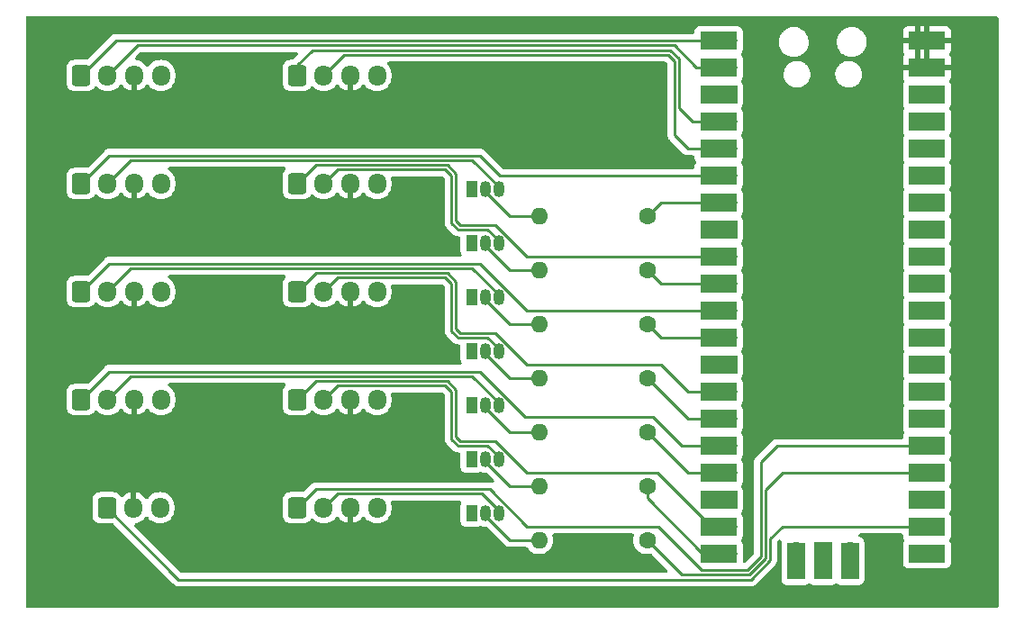
<source format=gbr>
%TF.GenerationSoftware,KiCad,Pcbnew,7.0.9*%
%TF.CreationDate,2024-01-23T18:46:06-08:00*%
%TF.ProjectId,sdvx,73647678-2e6b-4696-9361-645f70636258,rev?*%
%TF.SameCoordinates,Original*%
%TF.FileFunction,Copper,L1,Top*%
%TF.FilePolarity,Positive*%
%FSLAX46Y46*%
G04 Gerber Fmt 4.6, Leading zero omitted, Abs format (unit mm)*
G04 Created by KiCad (PCBNEW 7.0.9) date 2024-01-23 18:46:06*
%MOMM*%
%LPD*%
G01*
G04 APERTURE LIST*
G04 Aperture macros list*
%AMRoundRect*
0 Rectangle with rounded corners*
0 $1 Rounding radius*
0 $2 $3 $4 $5 $6 $7 $8 $9 X,Y pos of 4 corners*
0 Add a 4 corners polygon primitive as box body*
4,1,4,$2,$3,$4,$5,$6,$7,$8,$9,$2,$3,0*
0 Add four circle primitives for the rounded corners*
1,1,$1+$1,$2,$3*
1,1,$1+$1,$4,$5*
1,1,$1+$1,$6,$7*
1,1,$1+$1,$8,$9*
0 Add four rect primitives between the rounded corners*
20,1,$1+$1,$2,$3,$4,$5,0*
20,1,$1+$1,$4,$5,$6,$7,0*
20,1,$1+$1,$6,$7,$8,$9,0*
20,1,$1+$1,$8,$9,$2,$3,0*%
G04 Aperture macros list end*
%TA.AperFunction,ComponentPad*%
%ADD10R,1.050000X1.500000*%
%TD*%
%TA.AperFunction,ComponentPad*%
%ADD11O,1.050000X1.500000*%
%TD*%
%TA.AperFunction,ComponentPad*%
%ADD12O,1.700000X1.950000*%
%TD*%
%TA.AperFunction,ComponentPad*%
%ADD13RoundRect,0.250000X-0.600000X-0.725000X0.600000X-0.725000X0.600000X0.725000X-0.600000X0.725000X0*%
%TD*%
%TA.AperFunction,ComponentPad*%
%ADD14C,1.600000*%
%TD*%
%TA.AperFunction,ComponentPad*%
%ADD15O,1.600000X1.600000*%
%TD*%
%TA.AperFunction,ComponentPad*%
%ADD16O,1.700000X1.700000*%
%TD*%
%TA.AperFunction,SMDPad,CuDef*%
%ADD17R,3.500000X1.700000*%
%TD*%
%TA.AperFunction,ComponentPad*%
%ADD18R,1.700000X1.700000*%
%TD*%
%TA.AperFunction,SMDPad,CuDef*%
%ADD19R,1.700000X3.500000*%
%TD*%
%TA.AperFunction,Conductor*%
%ADD20C,0.250000*%
%TD*%
G04 APERTURE END LIST*
D10*
%TO.P,Q7,1,E*%
%TO.N,GND*%
X54610000Y-59436000D03*
D11*
%TO.P,Q7,2,B*%
%TO.N,Net-(Q7-B)*%
X55880000Y-59436000D03*
%TO.P,Q7,3,C*%
%TO.N,Net-(Q7-C)*%
X57150000Y-59436000D03*
%TD*%
D12*
%TO.P,BT-D1,4,Pin_4*%
%TO.N,GND*%
X45720000Y-38591000D03*
%TO.P,BT-D1,3,Pin_3*%
%TO.N,+5V*%
X43220000Y-38591000D03*
%TO.P,BT-D1,2,Pin_2*%
%TO.N,Net-(BT-D1-Pin_2)*%
X40720000Y-38591000D03*
D13*
%TO.P,BT-D1,1,Pin_1*%
%TO.N,/GPIO10*%
X38220000Y-38591000D03*
%TD*%
D12*
%TO.P,START1,4,Pin_4*%
%TO.N,GND*%
X45720000Y-58911000D03*
%TO.P,START1,3,Pin_3*%
%TO.N,+5V*%
X43220000Y-58911000D03*
%TO.P,START1,2,Pin_2*%
%TO.N,Net-(Q7-C)*%
X40720000Y-58911000D03*
D13*
%TO.P,START1,1,Pin_1*%
%TO.N,/GPIO19*%
X38220000Y-58911000D03*
%TD*%
D12*
%TO.P,BT-B1,4,Pin_4*%
%TO.N,GND*%
X45720000Y-28431000D03*
%TO.P,BT-B1,3,Pin_3*%
%TO.N,+5V*%
X43220000Y-28431000D03*
%TO.P,BT-B1,2,Pin_2*%
%TO.N,Net-(BT-B1-Pin_2)*%
X40720000Y-28431000D03*
D13*
%TO.P,BT-B1,1,Pin_1*%
%TO.N,/GPIO6*%
X38220000Y-28431000D03*
%TD*%
D10*
%TO.P,Q5,1,E*%
%TO.N,GND*%
X54610000Y-49276000D03*
D11*
%TO.P,Q5,2,B*%
%TO.N,Net-(Q5-B)*%
X55880000Y-49276000D03*
%TO.P,Q5,3,C*%
%TO.N,Net-(FX-L1-Pin_2)*%
X57150000Y-49276000D03*
%TD*%
D10*
%TO.P,Q6,1,E*%
%TO.N,GND*%
X54610000Y-54356000D03*
D11*
%TO.P,Q6,2,B*%
%TO.N,Net-(Q6-B)*%
X55880000Y-54356000D03*
%TO.P,Q6,3,C*%
%TO.N,Net-(FX-R1-Pin_2)*%
X57150000Y-54356000D03*
%TD*%
D10*
%TO.P,Q3,1,E*%
%TO.N,GND*%
X54610000Y-39116000D03*
D11*
%TO.P,Q3,2,B*%
%TO.N,Net-(Q3-B)*%
X55880000Y-39116000D03*
%TO.P,Q3,3,C*%
%TO.N,Net-(BT-C1-Pin_2)*%
X57150000Y-39116000D03*
%TD*%
D12*
%TO.P,VOL-R1,4,Pin_4*%
%TO.N,GND*%
X45720000Y-18271000D03*
%TO.P,VOL-R1,3,Pin_3*%
%TO.N,+5V*%
X43220000Y-18271000D03*
%TO.P,VOL-R1,2,Pin_2*%
%TO.N,/GPIO3*%
X40720000Y-18271000D03*
D13*
%TO.P,VOL-R1,1,Pin_1*%
%TO.N,/GPIO2*%
X38220000Y-18271000D03*
%TD*%
D14*
%TO.P,R4,1*%
%TO.N,/GPIO11*%
X71120000Y-46736000D03*
D15*
%TO.P,R4,2*%
%TO.N,Net-(Q4-B)*%
X60960000Y-46736000D03*
%TD*%
D10*
%TO.P,Q1,1,E*%
%TO.N,GND*%
X54610000Y-28956000D03*
D11*
%TO.P,Q1,2,B*%
%TO.N,Net-(Q1-B)*%
X55880000Y-28956000D03*
%TO.P,Q1,3,C*%
%TO.N,Net-(BT-A1-Pin_2)*%
X57150000Y-28956000D03*
%TD*%
D14*
%TO.P,R5,1*%
%TO.N,/GPIO13*%
X71120000Y-51816000D03*
D15*
%TO.P,R5,2*%
%TO.N,Net-(Q5-B)*%
X60960000Y-51816000D03*
%TD*%
D12*
%TO.P,FX-L1,4,Pin_4*%
%TO.N,GND*%
X25400000Y-48751000D03*
%TO.P,FX-L1,3,Pin_3*%
%TO.N,+5V*%
X22900000Y-48751000D03*
%TO.P,FX-L1,2,Pin_2*%
%TO.N,Net-(FX-L1-Pin_2)*%
X20400000Y-48751000D03*
D13*
%TO.P,FX-L1,1,Pin_1*%
%TO.N,/GPIO12*%
X17900000Y-48751000D03*
%TD*%
D12*
%TO.P,BT-A1,4,Pin_4*%
%TO.N,GND*%
X25400000Y-28431000D03*
%TO.P,BT-A1,3,Pin_3*%
%TO.N,+5V*%
X22900000Y-28431000D03*
%TO.P,BT-A1,2,Pin_2*%
%TO.N,Net-(BT-A1-Pin_2)*%
X20400000Y-28431000D03*
D13*
%TO.P,BT-A1,1,Pin_1*%
%TO.N,/GPIO4*%
X17900000Y-28431000D03*
%TD*%
D14*
%TO.P,R2,1*%
%TO.N,/GPIO7*%
X71120000Y-36576000D03*
D15*
%TO.P,R2,2*%
%TO.N,Net-(Q2-B)*%
X60960000Y-36576000D03*
%TD*%
D14*
%TO.P,R6,1*%
%TO.N,/GPIO15*%
X71120000Y-56896000D03*
D15*
%TO.P,R6,2*%
%TO.N,Net-(Q6-B)*%
X60960000Y-56896000D03*
%TD*%
D14*
%TO.P,R3,1*%
%TO.N,/GPIO9*%
X71120000Y-41656000D03*
D15*
%TO.P,R3,2*%
%TO.N,Net-(Q3-B)*%
X60960000Y-41656000D03*
%TD*%
D14*
%TO.P,R1,1*%
%TO.N,/GPIO5*%
X71120000Y-31496000D03*
D15*
%TO.P,R1,2*%
%TO.N,Net-(Q1-B)*%
X60960000Y-31496000D03*
%TD*%
D12*
%TO.P,RGB1,3,Pin_3*%
%TO.N,GND*%
X25320000Y-58911000D03*
%TO.P,RGB1,2,Pin_2*%
%TO.N,+5V*%
X22820000Y-58911000D03*
D13*
%TO.P,RGB1,1,Pin_1*%
%TO.N,/GPIO17*%
X20320000Y-58911000D03*
%TD*%
D12*
%TO.P,FX-R1,4,Pin_4*%
%TO.N,GND*%
X45720000Y-48751000D03*
%TO.P,FX-R1,3,Pin_3*%
%TO.N,+5V*%
X43220000Y-48751000D03*
%TO.P,FX-R1,2,Pin_2*%
%TO.N,Net-(FX-R1-Pin_2)*%
X40720000Y-48751000D03*
D13*
%TO.P,FX-R1,1,Pin_1*%
%TO.N,/GPIO14*%
X38220000Y-48751000D03*
%TD*%
D10*
%TO.P,Q4,1,E*%
%TO.N,GND*%
X54610000Y-44196000D03*
D11*
%TO.P,Q4,2,B*%
%TO.N,Net-(Q4-B)*%
X55880000Y-44196000D03*
%TO.P,Q4,3,C*%
%TO.N,Net-(BT-D1-Pin_2)*%
X57150000Y-44196000D03*
%TD*%
D12*
%TO.P,BT-C1,4,Pin_4*%
%TO.N,GND*%
X25400000Y-38591000D03*
%TO.P,BT-C1,3,Pin_3*%
%TO.N,+5V*%
X22900000Y-38591000D03*
%TO.P,BT-C1,2,Pin_2*%
%TO.N,Net-(BT-C1-Pin_2)*%
X20400000Y-38591000D03*
D13*
%TO.P,BT-C1,1,Pin_1*%
%TO.N,/GPIO8*%
X17900000Y-38591000D03*
%TD*%
D10*
%TO.P,Q2,1,E*%
%TO.N,GND*%
X54610000Y-34036000D03*
D11*
%TO.P,Q2,2,B*%
%TO.N,Net-(Q2-B)*%
X55880000Y-34036000D03*
%TO.P,Q2,3,C*%
%TO.N,Net-(BT-B1-Pin_2)*%
X57150000Y-34036000D03*
%TD*%
D12*
%TO.P,VOL-L1,4,Pin_4*%
%TO.N,GND*%
X25400000Y-18271000D03*
%TO.P,VOL-L1,3,Pin_3*%
%TO.N,+5V*%
X22900000Y-18271000D03*
%TO.P,VOL-L1,2,Pin_2*%
%TO.N,/GPIO1*%
X20400000Y-18271000D03*
D13*
%TO.P,VOL-L1,1,Pin_1*%
%TO.N,/GPIO0*%
X17900000Y-18271000D03*
%TD*%
D14*
%TO.P,R7,1*%
%TO.N,/GPIO18*%
X71120000Y-61976000D03*
D15*
%TO.P,R7,2*%
%TO.N,Net-(Q7-B)*%
X60960000Y-61976000D03*
%TD*%
D16*
%TO.P,U1,1,GPIO0*%
%TO.N,/GPIO0*%
X78740000Y-14986000D03*
D17*
X77840000Y-14986000D03*
D16*
%TO.P,U1,2,GPIO1*%
%TO.N,/GPIO1*%
X78740000Y-17526000D03*
D17*
X77840000Y-17526000D03*
D18*
%TO.P,U1,3,GND*%
%TO.N,GND*%
X78740000Y-20066000D03*
D17*
X77840000Y-20066000D03*
D16*
%TO.P,U1,4,GPIO2*%
%TO.N,/GPIO2*%
X78740000Y-22606000D03*
D17*
X77840000Y-22606000D03*
D16*
%TO.P,U1,5,GPIO3*%
%TO.N,/GPIO3*%
X78740000Y-25146000D03*
D17*
X77840000Y-25146000D03*
D16*
%TO.P,U1,6,GPIO4*%
%TO.N,/GPIO4*%
X78740000Y-27686000D03*
D17*
X77840000Y-27686000D03*
D16*
%TO.P,U1,7,GPIO5*%
%TO.N,/GPIO5*%
X78740000Y-30226000D03*
D17*
X77840000Y-30226000D03*
D18*
%TO.P,U1,8,GND*%
%TO.N,GND*%
X78740000Y-32766000D03*
D17*
X77840000Y-32766000D03*
D16*
%TO.P,U1,9,GPIO6*%
%TO.N,/GPIO6*%
X78740000Y-35306000D03*
D17*
X77840000Y-35306000D03*
D16*
%TO.P,U1,10,GPIO7*%
%TO.N,/GPIO7*%
X78740000Y-37846000D03*
D17*
X77840000Y-37846000D03*
D16*
%TO.P,U1,11,GPIO8*%
%TO.N,/GPIO8*%
X78740000Y-40386000D03*
D17*
X77840000Y-40386000D03*
D16*
%TO.P,U1,12,GPIO9*%
%TO.N,/GPIO9*%
X78740000Y-42926000D03*
D17*
X77840000Y-42926000D03*
D18*
%TO.P,U1,13,GND*%
%TO.N,GND*%
X78740000Y-45466000D03*
D17*
X77840000Y-45466000D03*
D16*
%TO.P,U1,14,GPIO10*%
%TO.N,/GPIO10*%
X78740000Y-48006000D03*
D17*
X77840000Y-48006000D03*
D16*
%TO.P,U1,15,GPIO11*%
%TO.N,/GPIO11*%
X78740000Y-50546000D03*
D17*
X77840000Y-50546000D03*
D16*
%TO.P,U1,16,GPIO12*%
%TO.N,/GPIO12*%
X78740000Y-53086000D03*
D17*
X77840000Y-53086000D03*
D16*
%TO.P,U1,17,GPIO13*%
%TO.N,/GPIO13*%
X78740000Y-55626000D03*
D17*
X77840000Y-55626000D03*
D18*
%TO.P,U1,18,GND*%
%TO.N,GND*%
X78740000Y-58166000D03*
D17*
X77840000Y-58166000D03*
D16*
%TO.P,U1,19,GPIO14*%
%TO.N,/GPIO14*%
X78740000Y-60706000D03*
D17*
X77840000Y-60706000D03*
D16*
%TO.P,U1,20,GPIO15*%
%TO.N,/GPIO15*%
X78740000Y-63246000D03*
D17*
X77840000Y-63246000D03*
D16*
%TO.P,U1,21,GPIO16*%
%TO.N,/GPIO16*%
X96520000Y-63246000D03*
D17*
X97420000Y-63246000D03*
D16*
%TO.P,U1,22,GPIO17*%
%TO.N,/GPIO17*%
X96520000Y-60706000D03*
D17*
X97420000Y-60706000D03*
D18*
%TO.P,U1,23,GND*%
%TO.N,GND*%
X96520000Y-58166000D03*
D17*
X97420000Y-58166000D03*
D16*
%TO.P,U1,24,GPIO18*%
%TO.N,/GPIO18*%
X96520000Y-55626000D03*
D17*
X97420000Y-55626000D03*
D16*
%TO.P,U1,25,GPIO19*%
%TO.N,/GPIO19*%
X96520000Y-53086000D03*
D17*
X97420000Y-53086000D03*
D16*
%TO.P,U1,26,GPIO20*%
%TO.N,/GPIO20*%
X96520000Y-50546000D03*
D17*
X97420000Y-50546000D03*
D16*
%TO.P,U1,27,GPIO21*%
%TO.N,/GPIO21*%
X96520000Y-48006000D03*
D17*
X97420000Y-48006000D03*
D18*
%TO.P,U1,28,GND*%
%TO.N,GND*%
X96520000Y-45466000D03*
D17*
X97420000Y-45466000D03*
D16*
%TO.P,U1,29,GPIO22*%
%TO.N,/GPIO22*%
X96520000Y-42926000D03*
D17*
X97420000Y-42926000D03*
D16*
%TO.P,U1,30,RUN*%
%TO.N,unconnected-(U1-RUN-Pad30)*%
X96520000Y-40386000D03*
D17*
X97420000Y-40386000D03*
D16*
%TO.P,U1,31,GPIO26_ADC0*%
%TO.N,/GPIO26*%
X96520000Y-37846000D03*
D17*
X97420000Y-37846000D03*
D16*
%TO.P,U1,32,GPIO27_ADC1*%
%TO.N,/GPIO27*%
X96520000Y-35306000D03*
D17*
X97420000Y-35306000D03*
D18*
%TO.P,U1,33,AGND*%
%TO.N,GND*%
X96520000Y-32766000D03*
D17*
X97420000Y-32766000D03*
D16*
%TO.P,U1,34,GPIO28_ADC2*%
%TO.N,/GPIO28*%
X96520000Y-30226000D03*
D17*
X97420000Y-30226000D03*
D16*
%TO.P,U1,35,ADC_VREF*%
%TO.N,unconnected-(U1-ADC_VREF-Pad35)*%
X96520000Y-27686000D03*
D17*
X97420000Y-27686000D03*
D16*
%TO.P,U1,36,3V3*%
%TO.N,unconnected-(U1-3V3-Pad36)*%
X96520000Y-25146000D03*
D17*
X97420000Y-25146000D03*
D16*
%TO.P,U1,37,3V3_EN*%
%TO.N,unconnected-(U1-3V3_EN-Pad37)*%
X96520000Y-22606000D03*
D17*
X97420000Y-22606000D03*
D18*
%TO.P,U1,38,GND*%
%TO.N,GND*%
X96520000Y-20066000D03*
D17*
X97420000Y-20066000D03*
D16*
%TO.P,U1,39,VSYS*%
%TO.N,+5V*%
X96520000Y-17526000D03*
D17*
X97420000Y-17526000D03*
D16*
%TO.P,U1,40,VBUS*%
X96520000Y-14986000D03*
D17*
X97420000Y-14986000D03*
D16*
%TO.P,U1,41,SWCLK*%
%TO.N,unconnected-(U1-SWCLK-Pad41)*%
X85090000Y-63016000D03*
D19*
X85090000Y-63916000D03*
D18*
%TO.P,U1,42,GND*%
%TO.N,GND*%
X87630000Y-63016000D03*
D19*
X87630000Y-63916000D03*
D16*
%TO.P,U1,43,SWDIO*%
%TO.N,unconnected-(U1-SWDIO-Pad43)*%
X90170000Y-63016000D03*
D19*
X90170000Y-63916000D03*
%TD*%
D20*
%TO.N,/GPIO4*%
X78740000Y-27686000D02*
X57307082Y-27686000D01*
X57307082Y-27686000D02*
X55402082Y-25781000D01*
X55402082Y-25781000D02*
X20550000Y-25781000D01*
X20550000Y-25781000D02*
X17900000Y-28431000D01*
%TO.N,/GPIO17*%
X96520000Y-60706000D02*
X83820000Y-60706000D01*
X83820000Y-60706000D02*
X82688000Y-61838000D01*
X82688000Y-61838000D02*
X82688000Y-63872792D01*
X82688000Y-63872792D02*
X80890792Y-65670000D01*
X80890792Y-65670000D02*
X27079000Y-65670000D01*
X27079000Y-65670000D02*
X20320000Y-58911000D01*
%TO.N,/GPIO18*%
X96520000Y-55626000D02*
X83820000Y-55626000D01*
X83820000Y-55626000D02*
X82238000Y-57208000D01*
X82238000Y-63686396D02*
X80704396Y-65220000D01*
X82238000Y-57208000D02*
X82238000Y-63686396D01*
X80704396Y-65220000D02*
X74364000Y-65220000D01*
X74364000Y-65220000D02*
X71120000Y-61976000D01*
%TO.N,/GPIO19*%
X38220000Y-58911000D02*
X39970000Y-57161000D01*
X39970000Y-57161000D02*
X56302082Y-57161000D01*
X56302082Y-57161000D02*
X59847082Y-60706000D01*
X81788000Y-63500000D02*
X81788000Y-54610000D01*
X59847082Y-60706000D02*
X72136000Y-60706000D01*
X72136000Y-60706000D02*
X76200000Y-64770000D01*
X76200000Y-64770000D02*
X80518000Y-64770000D01*
X80518000Y-64770000D02*
X81788000Y-63500000D01*
X81788000Y-54610000D02*
X83312000Y-53086000D01*
X83312000Y-53086000D02*
X96520000Y-53086000D01*
%TO.N,/GPIO17*%
X96520000Y-60706000D02*
X96324000Y-60510000D01*
%TO.N,Net-(Q2-B)*%
X60960000Y-36576000D02*
X58195000Y-36576000D01*
X58195000Y-36576000D02*
X55880000Y-34261000D01*
X55880000Y-34261000D02*
X55880000Y-34036000D01*
%TO.N,Net-(Q3-B)*%
X60960000Y-41656000D02*
X58195000Y-41656000D01*
X58195000Y-41656000D02*
X55880000Y-39341000D01*
X55880000Y-39341000D02*
X55880000Y-39116000D01*
%TO.N,Net-(Q4-B)*%
X60960000Y-46736000D02*
X58195000Y-46736000D01*
X58195000Y-46736000D02*
X55880000Y-44421000D01*
X55880000Y-44421000D02*
X55880000Y-44196000D01*
%TO.N,Net-(Q5-B)*%
X60960000Y-51816000D02*
X58195000Y-51816000D01*
X58195000Y-51816000D02*
X55880000Y-49501000D01*
X55880000Y-49501000D02*
X55880000Y-49276000D01*
%TO.N,Net-(Q6-B)*%
X60960000Y-56896000D02*
X58195000Y-56896000D01*
X58195000Y-56896000D02*
X55880000Y-54581000D01*
X55880000Y-54581000D02*
X55880000Y-54356000D01*
%TO.N,Net-(Q7-B)*%
X60960000Y-61976000D02*
X58195000Y-61976000D01*
X58195000Y-61976000D02*
X55880000Y-59661000D01*
X55880000Y-59661000D02*
X55880000Y-59436000D01*
%TO.N,Net-(Q7-C)*%
X57150000Y-59436000D02*
X57150000Y-59211000D01*
X57150000Y-59211000D02*
X55550000Y-57611000D01*
X55550000Y-57611000D02*
X42020000Y-57611000D01*
X42020000Y-57611000D02*
X40720000Y-58911000D01*
%TO.N,Net-(Q1-B)*%
X60960000Y-31496000D02*
X58195000Y-31496000D01*
X58195000Y-31496000D02*
X55880000Y-29181000D01*
X55880000Y-29181000D02*
X55880000Y-28956000D01*
%TO.N,Net-(FX-L1-Pin_2)*%
X57150000Y-49276000D02*
X57150000Y-49051000D01*
X57150000Y-49051000D02*
X54650000Y-46551000D01*
X54650000Y-46551000D02*
X22600000Y-46551000D01*
X22600000Y-46551000D02*
X20400000Y-48751000D01*
%TO.N,/GPIO12*%
X78740000Y-53086000D02*
X74400000Y-53086000D01*
X74400000Y-53086000D02*
X71665000Y-50351000D01*
X71665000Y-50351000D02*
X59652082Y-50351000D01*
X59652082Y-50351000D02*
X55402082Y-46101000D01*
X55402082Y-46101000D02*
X20550000Y-46101000D01*
X20550000Y-46101000D02*
X17900000Y-48751000D01*
%TO.N,Net-(BT-A1-Pin_2)*%
X54650000Y-26231000D02*
X22600000Y-26231000D01*
X57150000Y-28731000D02*
X54650000Y-26231000D01*
X22600000Y-26231000D02*
X20400000Y-28431000D01*
X57150000Y-28956000D02*
X57150000Y-28731000D01*
%TO.N,/GPIO10*%
X78740000Y-48006000D02*
X74930000Y-48006000D01*
X53155000Y-42104604D02*
X53155000Y-37659604D01*
X74930000Y-48006000D02*
X72390000Y-45466000D01*
X53155000Y-37659604D02*
X52336396Y-36841000D01*
X72390000Y-45466000D02*
X59847082Y-45466000D01*
X59847082Y-45466000D02*
X56857082Y-42476000D01*
X52336396Y-36841000D02*
X39970000Y-36841000D01*
X56857082Y-42476000D02*
X53526396Y-42476000D01*
X53526396Y-42476000D02*
X53155000Y-42104604D01*
X39970000Y-36841000D02*
X38220000Y-38591000D01*
%TO.N,/GPIO14*%
X78740000Y-60706000D02*
X77130000Y-60706000D01*
X77130000Y-60706000D02*
X72050000Y-55626000D01*
X56857082Y-52636000D02*
X53526396Y-52636000D01*
X72050000Y-55626000D02*
X59847082Y-55626000D01*
X39970000Y-47001000D02*
X38220000Y-48751000D01*
X59847082Y-55626000D02*
X56857082Y-52636000D01*
X53526396Y-52636000D02*
X53155000Y-52264604D01*
X53155000Y-52264604D02*
X53155000Y-47819604D01*
X53155000Y-47819604D02*
X52336396Y-47001000D01*
X52336396Y-47001000D02*
X39970000Y-47001000D01*
%TO.N,Net-(FX-R1-Pin_2)*%
X52705000Y-52451000D02*
X52705000Y-48006000D01*
X56105000Y-53086000D02*
X53340000Y-53086000D01*
X57150000Y-54131000D02*
X56105000Y-53086000D01*
X57150000Y-54356000D02*
X57150000Y-54131000D01*
X53340000Y-53086000D02*
X52705000Y-52451000D01*
X52705000Y-48006000D02*
X52150000Y-47451000D01*
X52150000Y-47451000D02*
X42020000Y-47451000D01*
X42020000Y-47451000D02*
X40720000Y-48751000D01*
%TO.N,/GPIO8*%
X78740000Y-40386000D02*
X59847082Y-40386000D01*
X59847082Y-40386000D02*
X55402082Y-35941000D01*
X55402082Y-35941000D02*
X20550000Y-35941000D01*
X20550000Y-35941000D02*
X17900000Y-38591000D01*
%TO.N,Net-(BT-C1-Pin_2)*%
X57150000Y-39116000D02*
X57150000Y-38891000D01*
X57150000Y-38891000D02*
X54650000Y-36391000D01*
X54650000Y-36391000D02*
X22600000Y-36391000D01*
X22600000Y-36391000D02*
X20400000Y-38591000D01*
%TO.N,Net-(BT-D1-Pin_2)*%
X52705000Y-37846000D02*
X52150000Y-37291000D01*
X52150000Y-37291000D02*
X42020000Y-37291000D01*
X42020000Y-37291000D02*
X40720000Y-38591000D01*
X52705000Y-37846000D02*
X52705000Y-42291000D01*
X52705000Y-42291000D02*
X53340000Y-42926000D01*
X53340000Y-42926000D02*
X56105000Y-42926000D01*
X57150000Y-43971000D02*
X57150000Y-44196000D01*
X56105000Y-42926000D02*
X57150000Y-43971000D01*
%TO.N,/GPIO6*%
X78740000Y-35306000D02*
X59847082Y-35306000D01*
X53526396Y-32316000D02*
X53155000Y-31944604D01*
X59847082Y-35306000D02*
X56857082Y-32316000D01*
X53155000Y-31944604D02*
X53155000Y-27499604D01*
X56857082Y-32316000D02*
X53526396Y-32316000D01*
X53155000Y-27499604D02*
X52336396Y-26681000D01*
X52336396Y-26681000D02*
X39970000Y-26681000D01*
X39970000Y-26681000D02*
X38220000Y-28431000D01*
%TO.N,Net-(BT-B1-Pin_2)*%
X52705000Y-27686000D02*
X52150000Y-27131000D01*
X52150000Y-27131000D02*
X42020000Y-27131000D01*
X42020000Y-27131000D02*
X40720000Y-28431000D01*
X57150000Y-34036000D02*
X57150000Y-33811000D01*
X57150000Y-33811000D02*
X56105000Y-32766000D01*
X56105000Y-32766000D02*
X53340000Y-32766000D01*
X53340000Y-32766000D02*
X52705000Y-32131000D01*
X52705000Y-32131000D02*
X52705000Y-27686000D01*
%TO.N,/GPIO9*%
X78740000Y-42926000D02*
X72390000Y-42926000D01*
X72390000Y-42926000D02*
X71120000Y-41656000D01*
%TO.N,/GPIO7*%
X78740000Y-37846000D02*
X72390000Y-37846000D01*
X72390000Y-37846000D02*
X71120000Y-36576000D01*
%TO.N,/GPIO5*%
X78740000Y-30226000D02*
X72390000Y-30226000D01*
X72390000Y-30226000D02*
X71120000Y-31496000D01*
%TO.N,/GPIO3*%
X78740000Y-25146000D02*
X74930000Y-25146000D01*
X74930000Y-25146000D02*
X73660000Y-23876000D01*
X73660000Y-16892396D02*
X73103604Y-16336000D01*
X73660000Y-23876000D02*
X73660000Y-16892396D01*
X73103604Y-16336000D02*
X42655000Y-16336000D01*
X42655000Y-16336000D02*
X40720000Y-18271000D01*
%TO.N,/GPIO2*%
X78740000Y-22606000D02*
X75380000Y-22606000D01*
X75380000Y-22606000D02*
X74110000Y-21336000D01*
X74110000Y-21336000D02*
X74110000Y-16706000D01*
X38220000Y-17296000D02*
X38220000Y-18271000D01*
X74110000Y-16706000D02*
X73290000Y-15886000D01*
X39630000Y-15886000D02*
X38220000Y-17296000D01*
X73290000Y-15886000D02*
X39630000Y-15886000D01*
%TO.N,/GPIO1*%
X75750000Y-17526000D02*
X73660000Y-15436000D01*
X78740000Y-17526000D02*
X75750000Y-17526000D01*
X73660000Y-15436000D02*
X23235000Y-15436000D01*
X23235000Y-15436000D02*
X20400000Y-18271000D01*
%TO.N,/GPIO0*%
X78740000Y-14986000D02*
X21185000Y-14986000D01*
X21185000Y-14986000D02*
X17900000Y-18271000D01*
%TO.N,Net-(BT-D1-Pin_2)*%
X57150000Y-44196000D02*
X57150000Y-44421000D01*
%TO.N,/GPIO11*%
X71120000Y-46736000D02*
X74930000Y-50546000D01*
X74930000Y-50546000D02*
X78740000Y-50546000D01*
%TO.N,/GPIO13*%
X74930000Y-55626000D02*
X78740000Y-55626000D01*
X71120000Y-51816000D02*
X74930000Y-55626000D01*
%TO.N,/GPIO15*%
X76338630Y-63246000D02*
X78740000Y-63246000D01*
X71120000Y-58027370D02*
X76338630Y-63246000D01*
X71120000Y-56896000D02*
X71120000Y-58027370D01*
%TD*%
%TA.AperFunction,Conductor*%
%TO.N,+5V*%
G36*
X96770000Y-17079505D02*
G01*
X96665161Y-17031627D01*
X96556473Y-17016000D01*
X96483527Y-17016000D01*
X96374839Y-17031627D01*
X96270000Y-17079505D01*
X96270000Y-15432494D01*
X96374839Y-15480373D01*
X96483527Y-15496000D01*
X96556473Y-15496000D01*
X96665161Y-15480373D01*
X96770000Y-15432494D01*
X96770000Y-17079505D01*
G37*
%TD.AperFunction*%
%TA.AperFunction,Conductor*%
G36*
X104046362Y-12720431D02*
G01*
X104108699Y-12775657D01*
X104138231Y-12853527D01*
X104139500Y-12874500D01*
X104139500Y-68151500D01*
X104119569Y-68232362D01*
X104064343Y-68294699D01*
X103986473Y-68324231D01*
X103965500Y-68325500D01*
X12874500Y-68325500D01*
X12793638Y-68305569D01*
X12731301Y-68250343D01*
X12701769Y-68172473D01*
X12700500Y-68151500D01*
X12700500Y-49526007D01*
X16549500Y-49526007D01*
X16560000Y-49628792D01*
X16560000Y-49628795D01*
X16615185Y-49795332D01*
X16615187Y-49795337D01*
X16667950Y-49880879D01*
X16707288Y-49944656D01*
X16831344Y-50068712D01*
X16839099Y-50073495D01*
X16980662Y-50160812D01*
X16980664Y-50160813D01*
X16980666Y-50160814D01*
X17132307Y-50211063D01*
X17147203Y-50215999D01*
X17147209Y-50216000D01*
X17175888Y-50218929D01*
X17249991Y-50226500D01*
X18550008Y-50226499D01*
X18652797Y-50215999D01*
X18819334Y-50160814D01*
X18968656Y-50068712D01*
X19092712Y-49944656D01*
X19154983Y-49843698D01*
X19214394Y-49785340D01*
X19294124Y-49761275D01*
X19375904Y-49777019D01*
X19426109Y-49812005D01*
X19528599Y-49914495D01*
X19528602Y-49914497D01*
X19528603Y-49914498D01*
X19590059Y-49957530D01*
X19722170Y-50050035D01*
X19936337Y-50149903D01*
X20164592Y-50211063D01*
X20164591Y-50211063D01*
X20183530Y-50212719D01*
X20400000Y-50231659D01*
X20635408Y-50211063D01*
X20863663Y-50149903D01*
X21077829Y-50050035D01*
X21271401Y-49914495D01*
X21438495Y-49747401D01*
X21507773Y-49648460D01*
X21570478Y-49593655D01*
X21651472Y-49574267D01*
X21732198Y-49594739D01*
X21792837Y-49648460D01*
X21861888Y-49747075D01*
X22028926Y-49914113D01*
X22028931Y-49914117D01*
X22222418Y-50049598D01*
X22436508Y-50149430D01*
X22436517Y-50149433D01*
X22649999Y-50206634D01*
X22650000Y-50206634D01*
X22650000Y-49159018D01*
X22764801Y-49211446D01*
X22866025Y-49226000D01*
X22933975Y-49226000D01*
X23035199Y-49211446D01*
X23150000Y-49159018D01*
X23150000Y-50206634D01*
X23363489Y-50149431D01*
X23363495Y-50149429D01*
X23577576Y-50049601D01*
X23577580Y-50049599D01*
X23771073Y-49914113D01*
X23938110Y-49747076D01*
X24007161Y-49648461D01*
X24069867Y-49593655D01*
X24150861Y-49574267D01*
X24231587Y-49594740D01*
X24292226Y-49648461D01*
X24361501Y-49747397D01*
X24361510Y-49747407D01*
X24528600Y-49914496D01*
X24590059Y-49957530D01*
X24722170Y-50050035D01*
X24936337Y-50149903D01*
X25164592Y-50211063D01*
X25164591Y-50211063D01*
X25183530Y-50212719D01*
X25400000Y-50231659D01*
X25635408Y-50211063D01*
X25863663Y-50149903D01*
X26077829Y-50050035D01*
X26271401Y-49914495D01*
X26438495Y-49747401D01*
X26574035Y-49553829D01*
X26673903Y-49339663D01*
X26735063Y-49111408D01*
X26742781Y-49023187D01*
X26750500Y-48934968D01*
X26750500Y-48567032D01*
X26735063Y-48390593D01*
X26723462Y-48347295D01*
X26673903Y-48162337D01*
X26619804Y-48046322D01*
X26574037Y-47948174D01*
X26570570Y-47943223D01*
X26438495Y-47754599D01*
X26438491Y-47754595D01*
X26438489Y-47754592D01*
X26271399Y-47587503D01*
X26136480Y-47493032D01*
X26081673Y-47430326D01*
X26062286Y-47349332D01*
X26082759Y-47268606D01*
X26138402Y-47206641D01*
X26216469Y-47177632D01*
X26236282Y-47176500D01*
X36988059Y-47176500D01*
X37068921Y-47196431D01*
X37131258Y-47251657D01*
X37160790Y-47329527D01*
X37150752Y-47412201D01*
X37111097Y-47473534D01*
X37068763Y-47515869D01*
X37027287Y-47557345D01*
X36935187Y-47706662D01*
X36935186Y-47706664D01*
X36880000Y-47873203D01*
X36879999Y-47873209D01*
X36869500Y-47975991D01*
X36869500Y-49526007D01*
X36880000Y-49628792D01*
X36880000Y-49628795D01*
X36935185Y-49795332D01*
X36935187Y-49795337D01*
X36987950Y-49880879D01*
X37027288Y-49944656D01*
X37151344Y-50068712D01*
X37159099Y-50073495D01*
X37300662Y-50160812D01*
X37300664Y-50160813D01*
X37300666Y-50160814D01*
X37452307Y-50211063D01*
X37467203Y-50215999D01*
X37467209Y-50216000D01*
X37495888Y-50218929D01*
X37569991Y-50226500D01*
X38870008Y-50226499D01*
X38972797Y-50215999D01*
X39139334Y-50160814D01*
X39288656Y-50068712D01*
X39412712Y-49944656D01*
X39474983Y-49843698D01*
X39534394Y-49785340D01*
X39614124Y-49761275D01*
X39695904Y-49777019D01*
X39746109Y-49812005D01*
X39848599Y-49914495D01*
X39848602Y-49914497D01*
X39848603Y-49914498D01*
X39910059Y-49957530D01*
X40042170Y-50050035D01*
X40256337Y-50149903D01*
X40484592Y-50211063D01*
X40484591Y-50211063D01*
X40503530Y-50212719D01*
X40720000Y-50231659D01*
X40955408Y-50211063D01*
X41183663Y-50149903D01*
X41397829Y-50050035D01*
X41591401Y-49914495D01*
X41758495Y-49747401D01*
X41827773Y-49648460D01*
X41890478Y-49593655D01*
X41971472Y-49574267D01*
X42052198Y-49594739D01*
X42112837Y-49648460D01*
X42181888Y-49747075D01*
X42348926Y-49914113D01*
X42348931Y-49914117D01*
X42542418Y-50049598D01*
X42756508Y-50149430D01*
X42756517Y-50149433D01*
X42969999Y-50206634D01*
X42970000Y-50206634D01*
X42970000Y-49159018D01*
X43084801Y-49211446D01*
X43186025Y-49226000D01*
X43253975Y-49226000D01*
X43355199Y-49211446D01*
X43470000Y-49159018D01*
X43470000Y-50206634D01*
X43683489Y-50149431D01*
X43683495Y-50149429D01*
X43897576Y-50049601D01*
X43897580Y-50049599D01*
X44091073Y-49914113D01*
X44258110Y-49747076D01*
X44327161Y-49648461D01*
X44389867Y-49593655D01*
X44470861Y-49574267D01*
X44551587Y-49594740D01*
X44612226Y-49648461D01*
X44681501Y-49747397D01*
X44681510Y-49747407D01*
X44848600Y-49914496D01*
X44910059Y-49957530D01*
X45042170Y-50050035D01*
X45256337Y-50149903D01*
X45484592Y-50211063D01*
X45484591Y-50211063D01*
X45503530Y-50212719D01*
X45720000Y-50231659D01*
X45955408Y-50211063D01*
X46183663Y-50149903D01*
X46397829Y-50050035D01*
X46591401Y-49914495D01*
X46758495Y-49747401D01*
X46894035Y-49553829D01*
X46993903Y-49339663D01*
X47055063Y-49111408D01*
X47062781Y-49023187D01*
X47070500Y-48934968D01*
X47070500Y-48567032D01*
X47055063Y-48390592D01*
X47029593Y-48295533D01*
X47027916Y-48212268D01*
X47065127Y-48137762D01*
X47132700Y-48089082D01*
X47197664Y-48076500D01*
X51818836Y-48076500D01*
X51899698Y-48096431D01*
X51941873Y-48127463D01*
X52028537Y-48214127D01*
X52071621Y-48285398D01*
X52079500Y-48337164D01*
X52079500Y-52362735D01*
X52077518Y-52380687D01*
X52078357Y-52380767D01*
X52077326Y-52391666D01*
X52079500Y-52460814D01*
X52079500Y-52490355D01*
X52080221Y-52496069D01*
X52080863Y-52504232D01*
X52082290Y-52549623D01*
X52082292Y-52549631D01*
X52086781Y-52565083D01*
X52092318Y-52591818D01*
X52094335Y-52607790D01*
X52111054Y-52650020D01*
X52113710Y-52657776D01*
X52126379Y-52701385D01*
X52126380Y-52701387D01*
X52134577Y-52715248D01*
X52146582Y-52739752D01*
X52152513Y-52754731D01*
X52152514Y-52754732D01*
X52179213Y-52791481D01*
X52183706Y-52798321D01*
X52206830Y-52837420D01*
X52206832Y-52837422D01*
X52206834Y-52837425D01*
X52218214Y-52848805D01*
X52235941Y-52869561D01*
X52245403Y-52882584D01*
X52245405Y-52882586D01*
X52280394Y-52911531D01*
X52286460Y-52917051D01*
X52835294Y-53465884D01*
X52846586Y-53479978D01*
X52847235Y-53479442D01*
X52854210Y-53487873D01*
X52854213Y-53487876D01*
X52854214Y-53487877D01*
X52904651Y-53535241D01*
X52925530Y-53556120D01*
X52930085Y-53559653D01*
X52936292Y-53564954D01*
X52969418Y-53596062D01*
X52969420Y-53596063D01*
X52983523Y-53603817D01*
X53006339Y-53618804D01*
X53019063Y-53628673D01*
X53019064Y-53628674D01*
X53060759Y-53646716D01*
X53068116Y-53650320D01*
X53107908Y-53672197D01*
X53123495Y-53676199D01*
X53149321Y-53685040D01*
X53164105Y-53691438D01*
X53208969Y-53698543D01*
X53216982Y-53700202D01*
X53236973Y-53705335D01*
X53260979Y-53711500D01*
X53260981Y-53711500D01*
X53277079Y-53711500D01*
X53304296Y-53713642D01*
X53307755Y-53714189D01*
X53320196Y-53716160D01*
X53365410Y-53711885D01*
X53373601Y-53711500D01*
X53410500Y-53711500D01*
X53491362Y-53731431D01*
X53553699Y-53786657D01*
X53583231Y-53864527D01*
X53584500Y-53885500D01*
X53584500Y-55153873D01*
X53590907Y-55213474D01*
X53590908Y-55213480D01*
X53590908Y-55213482D01*
X53590909Y-55213483D01*
X53616056Y-55280907D01*
X53641205Y-55348334D01*
X53641206Y-55348335D01*
X53727448Y-55463539D01*
X53727451Y-55463542D01*
X53727454Y-55463546D01*
X53727457Y-55463548D01*
X53727460Y-55463551D01*
X53842664Y-55549793D01*
X53842671Y-55549797D01*
X53954918Y-55591662D01*
X53977517Y-55600091D01*
X54037127Y-55606500D01*
X55182872Y-55606499D01*
X55182873Y-55606499D01*
X55242474Y-55600092D01*
X55242474Y-55600091D01*
X55242483Y-55600091D01*
X55377331Y-55549796D01*
X55377333Y-55549794D01*
X55388992Y-55545446D01*
X55389962Y-55548048D01*
X55452206Y-55531605D01*
X55505599Y-55539071D01*
X55678967Y-55591662D01*
X55880000Y-55611462D01*
X55930892Y-55606449D01*
X56013315Y-55618357D01*
X56070983Y-55656574D01*
X56696660Y-56282251D01*
X56739744Y-56353522D01*
X56744773Y-56436652D01*
X56710593Y-56512597D01*
X56645035Y-56563959D01*
X56563117Y-56578971D01*
X56530354Y-56573822D01*
X56518591Y-56570802D01*
X56492758Y-56561958D01*
X56477978Y-56555562D01*
X56477976Y-56555561D01*
X56477971Y-56555560D01*
X56433119Y-56548456D01*
X56425093Y-56546794D01*
X56391964Y-56538289D01*
X56381101Y-56535500D01*
X56381100Y-56535500D01*
X56365003Y-56535500D01*
X56337786Y-56533358D01*
X56321886Y-56530840D01*
X56276671Y-56535114D01*
X56268481Y-56535500D01*
X40058263Y-56535500D01*
X40040308Y-56533517D01*
X40040229Y-56534357D01*
X40029333Y-56533326D01*
X39960172Y-56535500D01*
X39930638Y-56535500D01*
X39924925Y-56536221D01*
X39916770Y-56536862D01*
X39871375Y-56538289D01*
X39871364Y-56538291D01*
X39855907Y-56542782D01*
X39829185Y-56548317D01*
X39813206Y-56550336D01*
X39770975Y-56567056D01*
X39763222Y-56569710D01*
X39719613Y-56582380D01*
X39719608Y-56582382D01*
X39705748Y-56590579D01*
X39681248Y-56602582D01*
X39666268Y-56608513D01*
X39666260Y-56608518D01*
X39629514Y-56635214D01*
X39622664Y-56639714D01*
X39583581Y-56662828D01*
X39583576Y-56662832D01*
X39572191Y-56674217D01*
X39551442Y-56691938D01*
X39538417Y-56701401D01*
X39538410Y-56701408D01*
X39509468Y-56736393D01*
X39503950Y-56742458D01*
X38861871Y-57384537D01*
X38790600Y-57427621D01*
X38738834Y-57435500D01*
X37569992Y-57435500D01*
X37467207Y-57446000D01*
X37467204Y-57446000D01*
X37300667Y-57501185D01*
X37300662Y-57501187D01*
X37151345Y-57593287D01*
X37027287Y-57717345D01*
X36935187Y-57866662D01*
X36935186Y-57866664D01*
X36880000Y-58033203D01*
X36879999Y-58033209D01*
X36869500Y-58135991D01*
X36869500Y-59686007D01*
X36880000Y-59788792D01*
X36880000Y-59788795D01*
X36935185Y-59955332D01*
X36935187Y-59955337D01*
X36996870Y-60055341D01*
X37027288Y-60104656D01*
X37151344Y-60228712D01*
X37236306Y-60281117D01*
X37300662Y-60320812D01*
X37300664Y-60320813D01*
X37300666Y-60320814D01*
X37450813Y-60370568D01*
X37467203Y-60375999D01*
X37467209Y-60376000D01*
X37495888Y-60378929D01*
X37569991Y-60386500D01*
X38870008Y-60386499D01*
X38972797Y-60375999D01*
X39139334Y-60320814D01*
X39288656Y-60228712D01*
X39412712Y-60104656D01*
X39474983Y-60003698D01*
X39534394Y-59945340D01*
X39614124Y-59921275D01*
X39695904Y-59937019D01*
X39746109Y-59972005D01*
X39848599Y-60074495D01*
X39848602Y-60074497D01*
X39848603Y-60074498D01*
X39924129Y-60127382D01*
X40042170Y-60210035D01*
X40256337Y-60309903D01*
X40484592Y-60371063D01*
X40484591Y-60371063D01*
X40503530Y-60372719D01*
X40720000Y-60391659D01*
X40955408Y-60371063D01*
X41183663Y-60309903D01*
X41397829Y-60210035D01*
X41591401Y-60074495D01*
X41758495Y-59907401D01*
X41827773Y-59808460D01*
X41890478Y-59753655D01*
X41971472Y-59734267D01*
X42052198Y-59754739D01*
X42112837Y-59808460D01*
X42181888Y-59907075D01*
X42348926Y-60074113D01*
X42348931Y-60074117D01*
X42542418Y-60209598D01*
X42756508Y-60309430D01*
X42756517Y-60309433D01*
X42969999Y-60366634D01*
X42970000Y-60366634D01*
X42970000Y-59319018D01*
X43084801Y-59371446D01*
X43186025Y-59386000D01*
X43253975Y-59386000D01*
X43355199Y-59371446D01*
X43470000Y-59319018D01*
X43470000Y-60366634D01*
X43683489Y-60309431D01*
X43683495Y-60309429D01*
X43897576Y-60209601D01*
X43897580Y-60209599D01*
X44091073Y-60074113D01*
X44258110Y-59907076D01*
X44327161Y-59808461D01*
X44389867Y-59753655D01*
X44470861Y-59734267D01*
X44551587Y-59754740D01*
X44612226Y-59808461D01*
X44681501Y-59907397D01*
X44681510Y-59907407D01*
X44848600Y-60074496D01*
X44961455Y-60153518D01*
X45042170Y-60210035D01*
X45256337Y-60309903D01*
X45484592Y-60371063D01*
X45484591Y-60371063D01*
X45503530Y-60372719D01*
X45720000Y-60391659D01*
X45955408Y-60371063D01*
X46183663Y-60309903D01*
X46397829Y-60210035D01*
X46591401Y-60074495D01*
X46758495Y-59907401D01*
X46894035Y-59713829D01*
X46993903Y-59499663D01*
X47055063Y-59271408D01*
X47064834Y-59159731D01*
X47070500Y-59094968D01*
X47070500Y-58727032D01*
X47055063Y-58550592D01*
X47029593Y-58455533D01*
X47027916Y-58372268D01*
X47065127Y-58297762D01*
X47132700Y-58249082D01*
X47197664Y-58236500D01*
X53467867Y-58236500D01*
X53548729Y-58256431D01*
X53611066Y-58311657D01*
X53640598Y-58389527D01*
X53630896Y-58471306D01*
X53590911Y-58578509D01*
X53590909Y-58578518D01*
X53584500Y-58638129D01*
X53584500Y-60233873D01*
X53590907Y-60293474D01*
X53590908Y-60293480D01*
X53590908Y-60293482D01*
X53590909Y-60293483D01*
X53596857Y-60309430D01*
X53641205Y-60428334D01*
X53641206Y-60428335D01*
X53727448Y-60543539D01*
X53727451Y-60543542D01*
X53727454Y-60543546D01*
X53727457Y-60543548D01*
X53727460Y-60543551D01*
X53842664Y-60629793D01*
X53842671Y-60629797D01*
X53954918Y-60671662D01*
X53977517Y-60680091D01*
X54037127Y-60686500D01*
X55182872Y-60686499D01*
X55182873Y-60686499D01*
X55242474Y-60680092D01*
X55242474Y-60680091D01*
X55242483Y-60680091D01*
X55377331Y-60629796D01*
X55377333Y-60629794D01*
X55388992Y-60625446D01*
X55389962Y-60628048D01*
X55452206Y-60611605D01*
X55505599Y-60619071D01*
X55678967Y-60671662D01*
X55880000Y-60691462D01*
X55930892Y-60686449D01*
X56013315Y-60698357D01*
X56070983Y-60736574D01*
X57690295Y-62355886D01*
X57701581Y-62369972D01*
X57702230Y-62369436D01*
X57709209Y-62377871D01*
X57709211Y-62377873D01*
X57709214Y-62377877D01*
X57759635Y-62425226D01*
X57780529Y-62446120D01*
X57780537Y-62446126D01*
X57780538Y-62446127D01*
X57785078Y-62449649D01*
X57791307Y-62454970D01*
X57824415Y-62486060D01*
X57824416Y-62486060D01*
X57824418Y-62486062D01*
X57838524Y-62493816D01*
X57861342Y-62508805D01*
X57874064Y-62518673D01*
X57915740Y-62536707D01*
X57923107Y-62540316D01*
X57962906Y-62562196D01*
X57962907Y-62562196D01*
X57962908Y-62562197D01*
X57978503Y-62566201D01*
X58004332Y-62575044D01*
X58019104Y-62581437D01*
X58063958Y-62588541D01*
X58071972Y-62590200D01*
X58100257Y-62597462D01*
X58115979Y-62601500D01*
X58115981Y-62601500D01*
X58132079Y-62601500D01*
X58159296Y-62603642D01*
X58163672Y-62604334D01*
X58175196Y-62606160D01*
X58220410Y-62601885D01*
X58228601Y-62601500D01*
X59719784Y-62601500D01*
X59800646Y-62621431D01*
X59862315Y-62675696D01*
X59959953Y-62815139D01*
X60120861Y-62976047D01*
X60262138Y-63074969D01*
X60307269Y-63106570D01*
X60513497Y-63202736D01*
X60513499Y-63202736D01*
X60513504Y-63202739D01*
X60733308Y-63261635D01*
X60733307Y-63261635D01*
X60751544Y-63263230D01*
X60960000Y-63281468D01*
X61186692Y-63261635D01*
X61406496Y-63202739D01*
X61612734Y-63106568D01*
X61799139Y-62976047D01*
X61960047Y-62815139D01*
X62090568Y-62628734D01*
X62093974Y-62621431D01*
X62150405Y-62500414D01*
X62186739Y-62422496D01*
X62245635Y-62202692D01*
X62265468Y-61976000D01*
X62245635Y-61749308D01*
X62192374Y-61550534D01*
X62190697Y-61467269D01*
X62227907Y-61392762D01*
X62295481Y-61344082D01*
X62360445Y-61331500D01*
X69719555Y-61331500D01*
X69800417Y-61351431D01*
X69862754Y-61406657D01*
X69892286Y-61484527D01*
X69887626Y-61550534D01*
X69834364Y-61749309D01*
X69814532Y-61976000D01*
X69834364Y-62202690D01*
X69893258Y-62422488D01*
X69893263Y-62422502D01*
X69989429Y-62628730D01*
X69989432Y-62628734D01*
X70119953Y-62815139D01*
X70280861Y-62976047D01*
X70422138Y-63074969D01*
X70467269Y-63106570D01*
X70673497Y-63202736D01*
X70673499Y-63202736D01*
X70673504Y-63202739D01*
X70893308Y-63261635D01*
X70893307Y-63261635D01*
X70911544Y-63263230D01*
X71120000Y-63281468D01*
X71346692Y-63261635D01*
X71387166Y-63250789D01*
X71470425Y-63249112D01*
X71544933Y-63286322D01*
X71555234Y-63295824D01*
X73006873Y-64747463D01*
X73049957Y-64818734D01*
X73054986Y-64901864D01*
X73020806Y-64977809D01*
X72955248Y-65029171D01*
X72883836Y-65044500D01*
X27410165Y-65044500D01*
X27329303Y-65024569D01*
X27287128Y-64993537D01*
X22959144Y-60665553D01*
X22916060Y-60594282D01*
X22911031Y-60511152D01*
X22945211Y-60435207D01*
X23010769Y-60383845D01*
X23051977Y-60371158D01*
X23055323Y-60370568D01*
X23283483Y-60309433D01*
X23283497Y-60309428D01*
X23497576Y-60209601D01*
X23497580Y-60209599D01*
X23691073Y-60074113D01*
X23858110Y-59907076D01*
X23927161Y-59808461D01*
X23989867Y-59753655D01*
X24070861Y-59734267D01*
X24151587Y-59754740D01*
X24212226Y-59808461D01*
X24281501Y-59907397D01*
X24281510Y-59907407D01*
X24448600Y-60074496D01*
X24561455Y-60153518D01*
X24642170Y-60210035D01*
X24856337Y-60309903D01*
X25084592Y-60371063D01*
X25084591Y-60371063D01*
X25103530Y-60372719D01*
X25320000Y-60391659D01*
X25555408Y-60371063D01*
X25783663Y-60309903D01*
X25997829Y-60210035D01*
X26191401Y-60074495D01*
X26358495Y-59907401D01*
X26494035Y-59713829D01*
X26593903Y-59499663D01*
X26655063Y-59271408D01*
X26664834Y-59159731D01*
X26670500Y-59094968D01*
X26670500Y-58727032D01*
X26655063Y-58550593D01*
X26643462Y-58507295D01*
X26593903Y-58322337D01*
X26549162Y-58226390D01*
X26494037Y-58108174D01*
X26494035Y-58108171D01*
X26358495Y-57914599D01*
X26358491Y-57914595D01*
X26358489Y-57914592D01*
X26191399Y-57747503D01*
X25997832Y-57611966D01*
X25997823Y-57611962D01*
X25783663Y-57512097D01*
X25783655Y-57512094D01*
X25555404Y-57450936D01*
X25555408Y-57450936D01*
X25320000Y-57430341D01*
X25084593Y-57450936D01*
X24856338Y-57512096D01*
X24856333Y-57512098D01*
X24642174Y-57611962D01*
X24448596Y-57747507D01*
X24281505Y-57914598D01*
X24212226Y-58013539D01*
X24149519Y-58068345D01*
X24068525Y-58087732D01*
X23987799Y-58067259D01*
X23927162Y-58013538D01*
X23858113Y-57914926D01*
X23691073Y-57747886D01*
X23691068Y-57747882D01*
X23497581Y-57612401D01*
X23283487Y-57512567D01*
X23070000Y-57455363D01*
X23070000Y-58502981D01*
X22955199Y-58450554D01*
X22853975Y-58436000D01*
X22786025Y-58436000D01*
X22684801Y-58450554D01*
X22570000Y-58502981D01*
X22570000Y-57455363D01*
X22569999Y-57455363D01*
X22356513Y-57512567D01*
X22356502Y-57512571D01*
X22142423Y-57612398D01*
X22142419Y-57612400D01*
X21948923Y-57747888D01*
X21846382Y-57850429D01*
X21775111Y-57893514D01*
X21691981Y-57898542D01*
X21616036Y-57864361D01*
X21575251Y-57818737D01*
X21573529Y-57815945D01*
X21512712Y-57717344D01*
X21388656Y-57593288D01*
X21356476Y-57573439D01*
X21239337Y-57501187D01*
X21239335Y-57501186D01*
X21072796Y-57446000D01*
X21072790Y-57445999D01*
X20977578Y-57436273D01*
X20970009Y-57435500D01*
X20970008Y-57435500D01*
X19669992Y-57435500D01*
X19567207Y-57446000D01*
X19567204Y-57446000D01*
X19400667Y-57501185D01*
X19400662Y-57501187D01*
X19251345Y-57593287D01*
X19127287Y-57717345D01*
X19035187Y-57866662D01*
X19035186Y-57866664D01*
X18980000Y-58033203D01*
X18979999Y-58033209D01*
X18969500Y-58135991D01*
X18969500Y-59686007D01*
X18980000Y-59788792D01*
X18980000Y-59788795D01*
X19035185Y-59955332D01*
X19035187Y-59955337D01*
X19096870Y-60055341D01*
X19127288Y-60104656D01*
X19251344Y-60228712D01*
X19336306Y-60281117D01*
X19400662Y-60320812D01*
X19400664Y-60320813D01*
X19400666Y-60320814D01*
X19550813Y-60370568D01*
X19567203Y-60375999D01*
X19567209Y-60376000D01*
X19595888Y-60378929D01*
X19669991Y-60386500D01*
X20838834Y-60386499D01*
X20919696Y-60406430D01*
X20961871Y-60437462D01*
X26574295Y-66049886D01*
X26585581Y-66063972D01*
X26586230Y-66063436D01*
X26593209Y-66071871D01*
X26593211Y-66071873D01*
X26593214Y-66071877D01*
X26643635Y-66119226D01*
X26664529Y-66140120D01*
X26664537Y-66140126D01*
X26664538Y-66140127D01*
X26669078Y-66143649D01*
X26675307Y-66148970D01*
X26708415Y-66180060D01*
X26708416Y-66180060D01*
X26708418Y-66180062D01*
X26722524Y-66187816D01*
X26745342Y-66202805D01*
X26758064Y-66212673D01*
X26799740Y-66230707D01*
X26807107Y-66234316D01*
X26846906Y-66256196D01*
X26846907Y-66256196D01*
X26846908Y-66256197D01*
X26862503Y-66260201D01*
X26888332Y-66269044D01*
X26903104Y-66275437D01*
X26947958Y-66282541D01*
X26955972Y-66284200D01*
X26984257Y-66291462D01*
X26999979Y-66295500D01*
X26999981Y-66295500D01*
X27016079Y-66295500D01*
X27043296Y-66297642D01*
X27047672Y-66298334D01*
X27059196Y-66300160D01*
X27104410Y-66295885D01*
X27112601Y-66295500D01*
X80802529Y-66295500D01*
X80820483Y-66297482D01*
X80820563Y-66296643D01*
X80831458Y-66297673D01*
X80831458Y-66297672D01*
X80831459Y-66297673D01*
X80900606Y-66295500D01*
X80930142Y-66295500D01*
X80930147Y-66295499D01*
X80930152Y-66295499D01*
X80935848Y-66294779D01*
X80944030Y-66294135D01*
X80946344Y-66294062D01*
X80989419Y-66292709D01*
X81004871Y-66288219D01*
X81031616Y-66282680D01*
X81047584Y-66280664D01*
X81089811Y-66263944D01*
X81097570Y-66261288D01*
X81101322Y-66260198D01*
X81141182Y-66248618D01*
X81155041Y-66240421D01*
X81179544Y-66228416D01*
X81194524Y-66222486D01*
X81231275Y-66195783D01*
X81238115Y-66191290D01*
X81277212Y-66168170D01*
X81288593Y-66156788D01*
X81309356Y-66139054D01*
X81322379Y-66129594D01*
X81351340Y-66094583D01*
X81356839Y-66088542D01*
X81731511Y-65713870D01*
X83067887Y-64377494D01*
X83081979Y-64366210D01*
X83081439Y-64365558D01*
X83089875Y-64358579D01*
X83089874Y-64358579D01*
X83089877Y-64358578D01*
X83137226Y-64308156D01*
X83158120Y-64287263D01*
X83161644Y-64282720D01*
X83166966Y-64276486D01*
X83198062Y-64243374D01*
X83205823Y-64229255D01*
X83220807Y-64206445D01*
X83230673Y-64193728D01*
X83248712Y-64152042D01*
X83252314Y-64144687D01*
X83274197Y-64104884D01*
X83278198Y-64089295D01*
X83287041Y-64063467D01*
X83293438Y-64048688D01*
X83300547Y-64003799D01*
X83302199Y-63995823D01*
X83313500Y-63951811D01*
X83313500Y-63935712D01*
X83315642Y-63908494D01*
X83315648Y-63908454D01*
X83318160Y-63892596D01*
X83313885Y-63847381D01*
X83313500Y-63839191D01*
X83313500Y-62169164D01*
X83333431Y-62088302D01*
X83364463Y-62046128D01*
X83444587Y-61966003D01*
X83515857Y-61922918D01*
X83598987Y-61917889D01*
X83674932Y-61952068D01*
X83726294Y-62017626D01*
X83741307Y-62099544D01*
X83740628Y-62107631D01*
X83739500Y-62118127D01*
X83739500Y-62953228D01*
X83739169Y-62960814D01*
X83734341Y-63015999D01*
X83739169Y-63071185D01*
X83739500Y-63078770D01*
X83739500Y-65713873D01*
X83745907Y-65773474D01*
X83745908Y-65773480D01*
X83796205Y-65908334D01*
X83796206Y-65908335D01*
X83882448Y-66023539D01*
X83882451Y-66023542D01*
X83882454Y-66023546D01*
X83882457Y-66023548D01*
X83882460Y-66023551D01*
X83997664Y-66109793D01*
X83997671Y-66109797D01*
X84095174Y-66146163D01*
X84132517Y-66160091D01*
X84192127Y-66166500D01*
X85987872Y-66166499D01*
X85987873Y-66166499D01*
X86047474Y-66160092D01*
X86047474Y-66160091D01*
X86047483Y-66160091D01*
X86182331Y-66109796D01*
X86255726Y-66054851D01*
X86332401Y-66022349D01*
X86415400Y-66029201D01*
X86464271Y-66054850D01*
X86537668Y-66109795D01*
X86537671Y-66109797D01*
X86635174Y-66146163D01*
X86672517Y-66160091D01*
X86732127Y-66166500D01*
X88527872Y-66166499D01*
X88527873Y-66166499D01*
X88587474Y-66160092D01*
X88587474Y-66160091D01*
X88587483Y-66160091D01*
X88722331Y-66109796D01*
X88795726Y-66054851D01*
X88872401Y-66022349D01*
X88955400Y-66029201D01*
X89004271Y-66054850D01*
X89077668Y-66109795D01*
X89077671Y-66109797D01*
X89175174Y-66146163D01*
X89212517Y-66160091D01*
X89272127Y-66166500D01*
X91067872Y-66166499D01*
X91067873Y-66166499D01*
X91127474Y-66160092D01*
X91127474Y-66160091D01*
X91127483Y-66160091D01*
X91262331Y-66109796D01*
X91377546Y-66023546D01*
X91463796Y-65908331D01*
X91514091Y-65773483D01*
X91520500Y-65713873D01*
X91520499Y-63078770D01*
X91520830Y-63071189D01*
X91525659Y-63016000D01*
X91520830Y-62960807D01*
X91520499Y-62953221D01*
X91520499Y-62118126D01*
X91514092Y-62058525D01*
X91514091Y-62058519D01*
X91514091Y-62058517D01*
X91463796Y-61923669D01*
X91463794Y-61923667D01*
X91463794Y-61923665D01*
X91463793Y-61923664D01*
X91377551Y-61808460D01*
X91377548Y-61808457D01*
X91377546Y-61808454D01*
X91377542Y-61808451D01*
X91377539Y-61808448D01*
X91262335Y-61722206D01*
X91262328Y-61722202D01*
X91118422Y-61668529D01*
X91049623Y-61621597D01*
X91010516Y-61548069D01*
X91010058Y-61464788D01*
X91048355Y-61390834D01*
X91116634Y-61343149D01*
X91179228Y-61331500D01*
X94995501Y-61331500D01*
X95076363Y-61351431D01*
X95138700Y-61406657D01*
X95168232Y-61484527D01*
X95169501Y-61505500D01*
X95169501Y-61603873D01*
X95175907Y-61663474D01*
X95175908Y-61663480D01*
X95175908Y-61663482D01*
X95175909Y-61663483D01*
X95226204Y-61798331D01*
X95281146Y-61871724D01*
X95281147Y-61871725D01*
X95313650Y-61948402D01*
X95306798Y-62031401D01*
X95281147Y-62080275D01*
X95226203Y-62153669D01*
X95226202Y-62153671D01*
X95175911Y-62288509D01*
X95175909Y-62288515D01*
X95175909Y-62288517D01*
X95170353Y-62340199D01*
X95169500Y-62348129D01*
X95169500Y-63183227D01*
X95169169Y-63190809D01*
X95164341Y-63246000D01*
X95167868Y-63286322D01*
X95169169Y-63301186D01*
X95169500Y-63308771D01*
X95169500Y-64143873D01*
X95175907Y-64203474D01*
X95175908Y-64203480D01*
X95175908Y-64203482D01*
X95175909Y-64203483D01*
X95181050Y-64217266D01*
X95226205Y-64338334D01*
X95226206Y-64338335D01*
X95312448Y-64453539D01*
X95312451Y-64453542D01*
X95312454Y-64453546D01*
X95312457Y-64453548D01*
X95312460Y-64453551D01*
X95427664Y-64539793D01*
X95427671Y-64539797D01*
X95437699Y-64543537D01*
X95562517Y-64590091D01*
X95622127Y-64596500D01*
X96457226Y-64596499D01*
X96464813Y-64596830D01*
X96468004Y-64597109D01*
X96520000Y-64601659D01*
X96571995Y-64597109D01*
X96575187Y-64596830D01*
X96582774Y-64596499D01*
X99217874Y-64596499D01*
X99277474Y-64590092D01*
X99277474Y-64590091D01*
X99277483Y-64590091D01*
X99412331Y-64539796D01*
X99527546Y-64453546D01*
X99613796Y-64338331D01*
X99664091Y-64203483D01*
X99670500Y-64143873D01*
X99670499Y-62348128D01*
X99664091Y-62288517D01*
X99613796Y-62153669D01*
X99558851Y-62080273D01*
X99526349Y-62003599D01*
X99533201Y-61920600D01*
X99558850Y-61871728D01*
X99613796Y-61798331D01*
X99664091Y-61663483D01*
X99670500Y-61603873D01*
X99670499Y-59808128D01*
X99668420Y-59788792D01*
X99664092Y-59748525D01*
X99664091Y-59748519D01*
X99664091Y-59748518D01*
X99664091Y-59748517D01*
X99613796Y-59613669D01*
X99558851Y-59540273D01*
X99526349Y-59463599D01*
X99533201Y-59380600D01*
X99558850Y-59331728D01*
X99613796Y-59258331D01*
X99664091Y-59123483D01*
X99670500Y-59063873D01*
X99670499Y-57268128D01*
X99664091Y-57208517D01*
X99613796Y-57073669D01*
X99558851Y-57000273D01*
X99526349Y-56923599D01*
X99533201Y-56840600D01*
X99558850Y-56791728D01*
X99613796Y-56718331D01*
X99664091Y-56583483D01*
X99670500Y-56523873D01*
X99670499Y-54728128D01*
X99664091Y-54668517D01*
X99613796Y-54533669D01*
X99558851Y-54460273D01*
X99526349Y-54383599D01*
X99533201Y-54300600D01*
X99558850Y-54251728D01*
X99613796Y-54178331D01*
X99664091Y-54043483D01*
X99670500Y-53983873D01*
X99670499Y-52188128D01*
X99670353Y-52186773D01*
X99664092Y-52128525D01*
X99664091Y-52128519D01*
X99664091Y-52128518D01*
X99664091Y-52128517D01*
X99613796Y-51993669D01*
X99558851Y-51920273D01*
X99526349Y-51843599D01*
X99533201Y-51760600D01*
X99558850Y-51711728D01*
X99613796Y-51638331D01*
X99664091Y-51503483D01*
X99670500Y-51443873D01*
X99670499Y-49648128D01*
X99668420Y-49628792D01*
X99664092Y-49588525D01*
X99664091Y-49588519D01*
X99664091Y-49588518D01*
X99664091Y-49588517D01*
X99613796Y-49453669D01*
X99558851Y-49380273D01*
X99526349Y-49303599D01*
X99533201Y-49220600D01*
X99558850Y-49171728D01*
X99613796Y-49098331D01*
X99664091Y-48963483D01*
X99670500Y-48903873D01*
X99670499Y-47108128D01*
X99664091Y-47048517D01*
X99613796Y-46913669D01*
X99558851Y-46840273D01*
X99526349Y-46763599D01*
X99533201Y-46680600D01*
X99558850Y-46631728D01*
X99613796Y-46558331D01*
X99664091Y-46423483D01*
X99670500Y-46363873D01*
X99670499Y-44568128D01*
X99664091Y-44508517D01*
X99613796Y-44373669D01*
X99558851Y-44300273D01*
X99526349Y-44223599D01*
X99533201Y-44140600D01*
X99558850Y-44091728D01*
X99613796Y-44018331D01*
X99664091Y-43883483D01*
X99670500Y-43823873D01*
X99670499Y-42028128D01*
X99670353Y-42026773D01*
X99664092Y-41968525D01*
X99664091Y-41968519D01*
X99664091Y-41968518D01*
X99664091Y-41968517D01*
X99613796Y-41833669D01*
X99558851Y-41760273D01*
X99526349Y-41683599D01*
X99533201Y-41600600D01*
X99558850Y-41551728D01*
X99613796Y-41478331D01*
X99664091Y-41343483D01*
X99670500Y-41283873D01*
X99670499Y-39488128D01*
X99668420Y-39468792D01*
X99664092Y-39428525D01*
X99664091Y-39428519D01*
X99664091Y-39428518D01*
X99664091Y-39428517D01*
X99613796Y-39293669D01*
X99558851Y-39220273D01*
X99526349Y-39143599D01*
X99533201Y-39060600D01*
X99558850Y-39011728D01*
X99613796Y-38938331D01*
X99664091Y-38803483D01*
X99670500Y-38743873D01*
X99670499Y-36948128D01*
X99664091Y-36888517D01*
X99613796Y-36753669D01*
X99558851Y-36680273D01*
X99526349Y-36603599D01*
X99533201Y-36520600D01*
X99558850Y-36471728D01*
X99613796Y-36398331D01*
X99664091Y-36263483D01*
X99670500Y-36203873D01*
X99670499Y-34408128D01*
X99664091Y-34348517D01*
X99613796Y-34213669D01*
X99558851Y-34140273D01*
X99526349Y-34063599D01*
X99533201Y-33980600D01*
X99558850Y-33931728D01*
X99613796Y-33858331D01*
X99664091Y-33723483D01*
X99670500Y-33663873D01*
X99670499Y-31868128D01*
X99670353Y-31866773D01*
X99664092Y-31808525D01*
X99664091Y-31808519D01*
X99664091Y-31808518D01*
X99664091Y-31808517D01*
X99613796Y-31673669D01*
X99558851Y-31600273D01*
X99526349Y-31523599D01*
X99533201Y-31440600D01*
X99558850Y-31391728D01*
X99613796Y-31318331D01*
X99664091Y-31183483D01*
X99670500Y-31123873D01*
X99670499Y-29328128D01*
X99668420Y-29308792D01*
X99664092Y-29268525D01*
X99664091Y-29268519D01*
X99664091Y-29268518D01*
X99664091Y-29268517D01*
X99613796Y-29133669D01*
X99558851Y-29060273D01*
X99526349Y-28983599D01*
X99533201Y-28900600D01*
X99558850Y-28851728D01*
X99613796Y-28778331D01*
X99664091Y-28643483D01*
X99670500Y-28583873D01*
X99670499Y-26788128D01*
X99664091Y-26728517D01*
X99613796Y-26593669D01*
X99558851Y-26520273D01*
X99526349Y-26443599D01*
X99533201Y-26360600D01*
X99558850Y-26311728D01*
X99613796Y-26238331D01*
X99664091Y-26103483D01*
X99670500Y-26043873D01*
X99670499Y-24248128D01*
X99667453Y-24219796D01*
X99664092Y-24188525D01*
X99664091Y-24188519D01*
X99664091Y-24188518D01*
X99664091Y-24188517D01*
X99613796Y-24053669D01*
X99558851Y-23980273D01*
X99526349Y-23903599D01*
X99533201Y-23820600D01*
X99558850Y-23771728D01*
X99613796Y-23698331D01*
X99664091Y-23563483D01*
X99670500Y-23503873D01*
X99670499Y-21708128D01*
X99666828Y-21673982D01*
X99664092Y-21648525D01*
X99664091Y-21648519D01*
X99664091Y-21648518D01*
X99664091Y-21648517D01*
X99613796Y-21513669D01*
X99558851Y-21440273D01*
X99526349Y-21363599D01*
X99533201Y-21280600D01*
X99558850Y-21231728D01*
X99613796Y-21158331D01*
X99664091Y-21023483D01*
X99670500Y-20963873D01*
X99670499Y-19168128D01*
X99668420Y-19148792D01*
X99664092Y-19108525D01*
X99664091Y-19108519D01*
X99664091Y-19108518D01*
X99664091Y-19108517D01*
X99613796Y-18973669D01*
X99558539Y-18899856D01*
X99526037Y-18823182D01*
X99532889Y-18740183D01*
X99558541Y-18691307D01*
X99613352Y-18618089D01*
X99613354Y-18618086D01*
X99663598Y-18483376D01*
X99663598Y-18483373D01*
X99670000Y-18423828D01*
X99670000Y-17776001D01*
X99669999Y-17776000D01*
X96965572Y-17776000D01*
X96988682Y-17740040D01*
X97030000Y-17599327D01*
X97030000Y-17452673D01*
X96988682Y-17311960D01*
X96965572Y-17276000D01*
X97169999Y-17276000D01*
X97170000Y-17275999D01*
X97670000Y-17275999D01*
X97670001Y-17276000D01*
X99669999Y-17276000D01*
X99670000Y-17275999D01*
X99670000Y-16628171D01*
X99663598Y-16568626D01*
X99663598Y-16568623D01*
X99613354Y-16433913D01*
X99613352Y-16433910D01*
X99558229Y-16360276D01*
X99525725Y-16283599D01*
X99532577Y-16200600D01*
X99558229Y-16151724D01*
X99613352Y-16078089D01*
X99613354Y-16078086D01*
X99663598Y-15943376D01*
X99663598Y-15943373D01*
X99670000Y-15883828D01*
X99670000Y-15236001D01*
X99669999Y-15236000D01*
X97670001Y-15236000D01*
X97670000Y-15236001D01*
X97670000Y-17275999D01*
X97170000Y-17275999D01*
X97170000Y-15236001D01*
X97169999Y-15236000D01*
X96965572Y-15236000D01*
X96988682Y-15200040D01*
X97030000Y-15059327D01*
X97030000Y-14912673D01*
X96988682Y-14771960D01*
X96965572Y-14736000D01*
X97169999Y-14736000D01*
X97170000Y-14735999D01*
X97670000Y-14735999D01*
X97670001Y-14736000D01*
X99669999Y-14736000D01*
X99670000Y-14735999D01*
X99670000Y-14088171D01*
X99663598Y-14028626D01*
X99663598Y-14028623D01*
X99613354Y-13893913D01*
X99613350Y-13893906D01*
X99527194Y-13778817D01*
X99527182Y-13778805D01*
X99412093Y-13692649D01*
X99412086Y-13692645D01*
X99277375Y-13642401D01*
X99217829Y-13636000D01*
X97670001Y-13636000D01*
X97670000Y-13636001D01*
X97670000Y-14735999D01*
X97170000Y-14735999D01*
X97170000Y-13636001D01*
X97169999Y-13636000D01*
X96770001Y-13636000D01*
X96770000Y-13636001D01*
X96770000Y-14539505D01*
X96665161Y-14491627D01*
X96556473Y-14476000D01*
X96483527Y-14476000D01*
X96374839Y-14491627D01*
X96270000Y-14539505D01*
X96270000Y-13636001D01*
X96269999Y-13636000D01*
X95622171Y-13636000D01*
X95562626Y-13642401D01*
X95562623Y-13642401D01*
X95427913Y-13692645D01*
X95427906Y-13692649D01*
X95312817Y-13778805D01*
X95312805Y-13778817D01*
X95226649Y-13893906D01*
X95226645Y-13893913D01*
X95176401Y-14028623D01*
X95176401Y-14028626D01*
X95170000Y-14088171D01*
X95170000Y-14735999D01*
X95170001Y-14736000D01*
X96074428Y-14736000D01*
X96051318Y-14771960D01*
X96010000Y-14912673D01*
X96010000Y-15059327D01*
X96051318Y-15200040D01*
X96074428Y-15236000D01*
X95170001Y-15236000D01*
X95170000Y-15236001D01*
X95170000Y-15883828D01*
X95176401Y-15943373D01*
X95176401Y-15943376D01*
X95226645Y-16078086D01*
X95226646Y-16078088D01*
X95281771Y-16151725D01*
X95314274Y-16228402D01*
X95307421Y-16311402D01*
X95281771Y-16360275D01*
X95226646Y-16433911D01*
X95226645Y-16433913D01*
X95176401Y-16568623D01*
X95176401Y-16568626D01*
X95170000Y-16628171D01*
X95170000Y-17275999D01*
X95170001Y-17276000D01*
X96074428Y-17276000D01*
X96051318Y-17311960D01*
X96010000Y-17452673D01*
X96010000Y-17599327D01*
X96051318Y-17740040D01*
X96074428Y-17776000D01*
X95170001Y-17776000D01*
X95170000Y-17776001D01*
X95170000Y-18423828D01*
X95176401Y-18483373D01*
X95176401Y-18483376D01*
X95226645Y-18618086D01*
X95226646Y-18618088D01*
X95281459Y-18691308D01*
X95313962Y-18767985D01*
X95307110Y-18850984D01*
X95281459Y-18899858D01*
X95226203Y-18973669D01*
X95226202Y-18973671D01*
X95175911Y-19108509D01*
X95175909Y-19108515D01*
X95175909Y-19108517D01*
X95171579Y-19148795D01*
X95169500Y-19168129D01*
X95169500Y-20963873D01*
X95175907Y-21023474D01*
X95175908Y-21023480D01*
X95175908Y-21023482D01*
X95175909Y-21023483D01*
X95226204Y-21158331D01*
X95226205Y-21158332D01*
X95281147Y-21231725D01*
X95313650Y-21308402D01*
X95306798Y-21391401D01*
X95281147Y-21440275D01*
X95226203Y-21513669D01*
X95226202Y-21513671D01*
X95175911Y-21648509D01*
X95175909Y-21648518D01*
X95169500Y-21708129D01*
X95169500Y-22543227D01*
X95169169Y-22550813D01*
X95164341Y-22605999D01*
X95169169Y-22661186D01*
X95169500Y-22668771D01*
X95169500Y-23503873D01*
X95175907Y-23563474D01*
X95175908Y-23563480D01*
X95175908Y-23563482D01*
X95175909Y-23563483D01*
X95226204Y-23698331D01*
X95226205Y-23698332D01*
X95281147Y-23771725D01*
X95313650Y-23848402D01*
X95306798Y-23931401D01*
X95281147Y-23980275D01*
X95226203Y-24053669D01*
X95226202Y-24053671D01*
X95175911Y-24188509D01*
X95175909Y-24188518D01*
X95169500Y-24248129D01*
X95169500Y-25083227D01*
X95169169Y-25090809D01*
X95164341Y-25146000D01*
X95168610Y-25194803D01*
X95169169Y-25201186D01*
X95169500Y-25208771D01*
X95169500Y-26043873D01*
X95175907Y-26103474D01*
X95175908Y-26103480D01*
X95175908Y-26103482D01*
X95175909Y-26103483D01*
X95226204Y-26238331D01*
X95226205Y-26238332D01*
X95281147Y-26311725D01*
X95313650Y-26388402D01*
X95306798Y-26471401D01*
X95281147Y-26520275D01*
X95226203Y-26593669D01*
X95226202Y-26593671D01*
X95175911Y-26728509D01*
X95175909Y-26728518D01*
X95169500Y-26788129D01*
X95169500Y-27623227D01*
X95169169Y-27630813D01*
X95164341Y-27685999D01*
X95169169Y-27741186D01*
X95169500Y-27748771D01*
X95169500Y-28583873D01*
X95175907Y-28643474D01*
X95175908Y-28643480D01*
X95175908Y-28643482D01*
X95175909Y-28643483D01*
X95226204Y-28778331D01*
X95268406Y-28834705D01*
X95281147Y-28851725D01*
X95313650Y-28928402D01*
X95306798Y-29011401D01*
X95281147Y-29060275D01*
X95226203Y-29133669D01*
X95226202Y-29133671D01*
X95175911Y-29268509D01*
X95175909Y-29268515D01*
X95175909Y-29268517D01*
X95171579Y-29308795D01*
X95169500Y-29328129D01*
X95169500Y-30163227D01*
X95169169Y-30170809D01*
X95164341Y-30226000D01*
X95166196Y-30247209D01*
X95169169Y-30281186D01*
X95169500Y-30288771D01*
X95169500Y-31123873D01*
X95175907Y-31183474D01*
X95175908Y-31183480D01*
X95175908Y-31183482D01*
X95175909Y-31183483D01*
X95226204Y-31318331D01*
X95226205Y-31318332D01*
X95281147Y-31391725D01*
X95313650Y-31468402D01*
X95306798Y-31551401D01*
X95281147Y-31600275D01*
X95226203Y-31673669D01*
X95226202Y-31673671D01*
X95175911Y-31808509D01*
X95175909Y-31808518D01*
X95169500Y-31868129D01*
X95169500Y-33663873D01*
X95175907Y-33723474D01*
X95175908Y-33723480D01*
X95175908Y-33723482D01*
X95175909Y-33723483D01*
X95226204Y-33858331D01*
X95226205Y-33858332D01*
X95281147Y-33931725D01*
X95313650Y-34008402D01*
X95306798Y-34091401D01*
X95281147Y-34140275D01*
X95226203Y-34213669D01*
X95226202Y-34213671D01*
X95175911Y-34348509D01*
X95175909Y-34348518D01*
X95169500Y-34408129D01*
X95169500Y-35243227D01*
X95169169Y-35250809D01*
X95164341Y-35306000D01*
X95168610Y-35354803D01*
X95169169Y-35361186D01*
X95169500Y-35368771D01*
X95169500Y-36203873D01*
X95175907Y-36263474D01*
X95175908Y-36263480D01*
X95175908Y-36263482D01*
X95175909Y-36263483D01*
X95226204Y-36398331D01*
X95226205Y-36398332D01*
X95281147Y-36471725D01*
X95313650Y-36548402D01*
X95306798Y-36631401D01*
X95281147Y-36680275D01*
X95226203Y-36753669D01*
X95226202Y-36753671D01*
X95175911Y-36888509D01*
X95175909Y-36888515D01*
X95175909Y-36888517D01*
X95170353Y-36940199D01*
X95169500Y-36948129D01*
X95169500Y-37783227D01*
X95169169Y-37790809D01*
X95164341Y-37846000D01*
X95167868Y-37886321D01*
X95169169Y-37901186D01*
X95169500Y-37908771D01*
X95169500Y-38743873D01*
X95175907Y-38803474D01*
X95175908Y-38803480D01*
X95175908Y-38803482D01*
X95175909Y-38803483D01*
X95226204Y-38938331D01*
X95268406Y-38994705D01*
X95281147Y-39011725D01*
X95313650Y-39088402D01*
X95306798Y-39171401D01*
X95281147Y-39220275D01*
X95226203Y-39293669D01*
X95226202Y-39293671D01*
X95175911Y-39428509D01*
X95175909Y-39428515D01*
X95175909Y-39428517D01*
X95171579Y-39468795D01*
X95169500Y-39488129D01*
X95169500Y-40323227D01*
X95169169Y-40330813D01*
X95164341Y-40385999D01*
X95169169Y-40441186D01*
X95169500Y-40448771D01*
X95169500Y-41283873D01*
X95175907Y-41343474D01*
X95175908Y-41343480D01*
X95175908Y-41343482D01*
X95175909Y-41343483D01*
X95226204Y-41478331D01*
X95226205Y-41478332D01*
X95281147Y-41551725D01*
X95313650Y-41628402D01*
X95306798Y-41711401D01*
X95281147Y-41760275D01*
X95226203Y-41833669D01*
X95226202Y-41833671D01*
X95175911Y-41968509D01*
X95175909Y-41968515D01*
X95175909Y-41968517D01*
X95170353Y-42020199D01*
X95169500Y-42028129D01*
X95169500Y-42863227D01*
X95169169Y-42870809D01*
X95164341Y-42926000D01*
X95167868Y-42966321D01*
X95169169Y-42981186D01*
X95169500Y-42988771D01*
X95169500Y-43823873D01*
X95175907Y-43883474D01*
X95175908Y-43883480D01*
X95175908Y-43883482D01*
X95175909Y-43883483D01*
X95226204Y-44018331D01*
X95226205Y-44018332D01*
X95281147Y-44091725D01*
X95313650Y-44168402D01*
X95306798Y-44251401D01*
X95281147Y-44300275D01*
X95226203Y-44373669D01*
X95226202Y-44373671D01*
X95175911Y-44508509D01*
X95175909Y-44508518D01*
X95169500Y-44568129D01*
X95169500Y-46363873D01*
X95175907Y-46423474D01*
X95175908Y-46423480D01*
X95175908Y-46423482D01*
X95175909Y-46423483D01*
X95226204Y-46558331D01*
X95226205Y-46558332D01*
X95281147Y-46631725D01*
X95313650Y-46708402D01*
X95306798Y-46791401D01*
X95281147Y-46840275D01*
X95226203Y-46913669D01*
X95226202Y-46913671D01*
X95175911Y-47048509D01*
X95175909Y-47048515D01*
X95175909Y-47048517D01*
X95170353Y-47100199D01*
X95169500Y-47108129D01*
X95169500Y-47943227D01*
X95169169Y-47950809D01*
X95164341Y-48006000D01*
X95167868Y-48046322D01*
X95169169Y-48061186D01*
X95169500Y-48068771D01*
X95169500Y-48903873D01*
X95175907Y-48963474D01*
X95175908Y-48963480D01*
X95175908Y-48963482D01*
X95175909Y-48963483D01*
X95226204Y-49098331D01*
X95268406Y-49154705D01*
X95281147Y-49171725D01*
X95313650Y-49248402D01*
X95306798Y-49331401D01*
X95281147Y-49380275D01*
X95226203Y-49453669D01*
X95226202Y-49453671D01*
X95175911Y-49588509D01*
X95175909Y-49588515D01*
X95175909Y-49588517D01*
X95171579Y-49628795D01*
X95169500Y-49648129D01*
X95169500Y-50483227D01*
X95169169Y-50490813D01*
X95164341Y-50545999D01*
X95169169Y-50601186D01*
X95169500Y-50608771D01*
X95169500Y-51443873D01*
X95175907Y-51503474D01*
X95175908Y-51503480D01*
X95175908Y-51503482D01*
X95175909Y-51503483D01*
X95226204Y-51638331D01*
X95226205Y-51638332D01*
X95281147Y-51711725D01*
X95313650Y-51788402D01*
X95306798Y-51871401D01*
X95281147Y-51920275D01*
X95226203Y-51993669D01*
X95226202Y-51993671D01*
X95175911Y-52128509D01*
X95175909Y-52128515D01*
X95175909Y-52128517D01*
X95170353Y-52180199D01*
X95169500Y-52188129D01*
X95169500Y-52286500D01*
X95149569Y-52367362D01*
X95094343Y-52429699D01*
X95016473Y-52459231D01*
X94995500Y-52460500D01*
X83400261Y-52460500D01*
X83382313Y-52458518D01*
X83382234Y-52459358D01*
X83371332Y-52458327D01*
X83302203Y-52460500D01*
X83272650Y-52460500D01*
X83272645Y-52460500D01*
X83272638Y-52460501D01*
X83266923Y-52461222D01*
X83258766Y-52461863D01*
X83213373Y-52463290D01*
X83197914Y-52467782D01*
X83171182Y-52473318D01*
X83155206Y-52475336D01*
X83112974Y-52492056D01*
X83105221Y-52494711D01*
X83061607Y-52507383D01*
X83047752Y-52515577D01*
X83023252Y-52527580D01*
X83008270Y-52533513D01*
X83008264Y-52533516D01*
X82971522Y-52560210D01*
X82964671Y-52564710D01*
X82925578Y-52587830D01*
X82925574Y-52587833D01*
X82914189Y-52599218D01*
X82893442Y-52616938D01*
X82880416Y-52626403D01*
X82880410Y-52626408D01*
X82851472Y-52661388D01*
X82845953Y-52667453D01*
X81408108Y-54105299D01*
X81394020Y-54116589D01*
X81394556Y-54117237D01*
X81386123Y-54124213D01*
X81338773Y-54174635D01*
X81317882Y-54195526D01*
X81314345Y-54200085D01*
X81309030Y-54206306D01*
X81277937Y-54239418D01*
X81277935Y-54239421D01*
X81270177Y-54253533D01*
X81255195Y-54276341D01*
X81245326Y-54289064D01*
X81245325Y-54289066D01*
X81227285Y-54330751D01*
X81223680Y-54338110D01*
X81201802Y-54377908D01*
X81201801Y-54377910D01*
X81197799Y-54393498D01*
X81188959Y-54419318D01*
X81182564Y-54434097D01*
X81182560Y-54434109D01*
X81175456Y-54478963D01*
X81173794Y-54486991D01*
X81162500Y-54530977D01*
X81162500Y-54547079D01*
X81160358Y-54574295D01*
X81157840Y-54590194D01*
X81157840Y-54590195D01*
X81162114Y-54635407D01*
X81162500Y-54643599D01*
X81162500Y-63168835D01*
X81142569Y-63249697D01*
X81111536Y-63291872D01*
X80387535Y-64015872D01*
X80316264Y-64058956D01*
X80233135Y-64063985D01*
X80157190Y-64029805D01*
X80105828Y-63964247D01*
X80090499Y-63892838D01*
X80090499Y-63308771D01*
X80090830Y-63301187D01*
X80091645Y-63291872D01*
X80095659Y-63246000D01*
X80090830Y-63190809D01*
X80090499Y-63183223D01*
X80090499Y-62348126D01*
X80084092Y-62288525D01*
X80084091Y-62288519D01*
X80084091Y-62288518D01*
X80084091Y-62288517D01*
X80033796Y-62153669D01*
X79978851Y-62080273D01*
X79946349Y-62003599D01*
X79953201Y-61920600D01*
X79978850Y-61871728D01*
X80033796Y-61798331D01*
X80084091Y-61663483D01*
X80090500Y-61603873D01*
X80090499Y-60768773D01*
X80090830Y-60761187D01*
X80095659Y-60706000D01*
X80090830Y-60650809D01*
X80090499Y-60643223D01*
X80090499Y-59808126D01*
X80084092Y-59748525D01*
X80084091Y-59748519D01*
X80084091Y-59748518D01*
X80084091Y-59748517D01*
X80033796Y-59613669D01*
X79978851Y-59540273D01*
X79946349Y-59463599D01*
X79953201Y-59380600D01*
X79978850Y-59331728D01*
X80033796Y-59258331D01*
X80084091Y-59123483D01*
X80090500Y-59063873D01*
X80090499Y-57268128D01*
X80084091Y-57208517D01*
X80033796Y-57073669D01*
X79978851Y-57000273D01*
X79946349Y-56923599D01*
X79953201Y-56840600D01*
X79978850Y-56791728D01*
X80033796Y-56718331D01*
X80084091Y-56583483D01*
X80090500Y-56523873D01*
X80090499Y-55688773D01*
X80090830Y-55681187D01*
X80095659Y-55626000D01*
X80090830Y-55570809D01*
X80090499Y-55563223D01*
X80090499Y-54728126D01*
X80084092Y-54668525D01*
X80084091Y-54668519D01*
X80084091Y-54668518D01*
X80084091Y-54668517D01*
X80033796Y-54533669D01*
X79978851Y-54460273D01*
X79946349Y-54383599D01*
X79953201Y-54300600D01*
X79978850Y-54251728D01*
X80033796Y-54178331D01*
X80084091Y-54043483D01*
X80090500Y-53983873D01*
X80090499Y-53148773D01*
X80090830Y-53141187D01*
X80091299Y-53135824D01*
X80095659Y-53086000D01*
X80090830Y-53030809D01*
X80090499Y-53023223D01*
X80090499Y-52188126D01*
X80084092Y-52128525D01*
X80084091Y-52128519D01*
X80084091Y-52128518D01*
X80084091Y-52128517D01*
X80033796Y-51993669D01*
X79978851Y-51920273D01*
X79946349Y-51843599D01*
X79953201Y-51760600D01*
X79978850Y-51711728D01*
X80033796Y-51638331D01*
X80084091Y-51503483D01*
X80090500Y-51443873D01*
X80090499Y-50608771D01*
X80090830Y-50601187D01*
X80090830Y-50601186D01*
X80095659Y-50546000D01*
X80090830Y-50490809D01*
X80090499Y-50483223D01*
X80090499Y-49648126D01*
X80084092Y-49588525D01*
X80084091Y-49588519D01*
X80084091Y-49588518D01*
X80084091Y-49588517D01*
X80033796Y-49453669D01*
X79978851Y-49380273D01*
X79946349Y-49303599D01*
X79953201Y-49220600D01*
X79978850Y-49171728D01*
X80033796Y-49098331D01*
X80084091Y-48963483D01*
X80090500Y-48903873D01*
X80090499Y-48068771D01*
X80090830Y-48061187D01*
X80091299Y-48055824D01*
X80095659Y-48006000D01*
X80090830Y-47950809D01*
X80090499Y-47943223D01*
X80090499Y-47108126D01*
X80084092Y-47048525D01*
X80084091Y-47048519D01*
X80084091Y-47048518D01*
X80084091Y-47048517D01*
X80033796Y-46913669D01*
X79978851Y-46840273D01*
X79946349Y-46763599D01*
X79953201Y-46680600D01*
X79978850Y-46631728D01*
X80033796Y-46558331D01*
X80084091Y-46423483D01*
X80090500Y-46363873D01*
X80090499Y-44568128D01*
X80084091Y-44508517D01*
X80033796Y-44373669D01*
X79978851Y-44300273D01*
X79946349Y-44223599D01*
X79953201Y-44140600D01*
X79978850Y-44091728D01*
X80033796Y-44018331D01*
X80084091Y-43883483D01*
X80090500Y-43823873D01*
X80090499Y-42988771D01*
X80090830Y-42981187D01*
X80092131Y-42966321D01*
X80095659Y-42926000D01*
X80090830Y-42870809D01*
X80090499Y-42863223D01*
X80090499Y-42028126D01*
X80084092Y-41968525D01*
X80084091Y-41968519D01*
X80084091Y-41968518D01*
X80084091Y-41968517D01*
X80033796Y-41833669D01*
X79978851Y-41760273D01*
X79946349Y-41683599D01*
X79953201Y-41600600D01*
X79978850Y-41551728D01*
X80033796Y-41478331D01*
X80084091Y-41343483D01*
X80090500Y-41283873D01*
X80090499Y-40448771D01*
X80090830Y-40441187D01*
X80090830Y-40441186D01*
X80095659Y-40386000D01*
X80090830Y-40330809D01*
X80090499Y-40323223D01*
X80090499Y-39488126D01*
X80084092Y-39428525D01*
X80084091Y-39428519D01*
X80084091Y-39428518D01*
X80084091Y-39428517D01*
X80033796Y-39293669D01*
X79978851Y-39220273D01*
X79946349Y-39143599D01*
X79953201Y-39060600D01*
X79978850Y-39011728D01*
X80033796Y-38938331D01*
X80084091Y-38803483D01*
X80090500Y-38743873D01*
X80090499Y-37908771D01*
X80090830Y-37901187D01*
X80092131Y-37886321D01*
X80095659Y-37846000D01*
X80090830Y-37790809D01*
X80090499Y-37783223D01*
X80090499Y-36948126D01*
X80084092Y-36888525D01*
X80084091Y-36888519D01*
X80084091Y-36888518D01*
X80084091Y-36888517D01*
X80033796Y-36753669D01*
X79978851Y-36680273D01*
X79946349Y-36603599D01*
X79953201Y-36520600D01*
X79978850Y-36471728D01*
X80033796Y-36398331D01*
X80084091Y-36263483D01*
X80090500Y-36203873D01*
X80090499Y-35368771D01*
X80090830Y-35361187D01*
X80090830Y-35361186D01*
X80095659Y-35306000D01*
X80090830Y-35250809D01*
X80090499Y-35243223D01*
X80090499Y-34408126D01*
X80084092Y-34348525D01*
X80084091Y-34348519D01*
X80084091Y-34348518D01*
X80084091Y-34348517D01*
X80033796Y-34213669D01*
X79978851Y-34140273D01*
X79946349Y-34063599D01*
X79953201Y-33980600D01*
X79978850Y-33931728D01*
X80033796Y-33858331D01*
X80084091Y-33723483D01*
X80090500Y-33663873D01*
X80090499Y-31868128D01*
X80090353Y-31866773D01*
X80084092Y-31808525D01*
X80084091Y-31808519D01*
X80084091Y-31808518D01*
X80084091Y-31808517D01*
X80033796Y-31673669D01*
X79978851Y-31600273D01*
X79946349Y-31523599D01*
X79953201Y-31440600D01*
X79978850Y-31391728D01*
X80033796Y-31318331D01*
X80084091Y-31183483D01*
X80090500Y-31123873D01*
X80090499Y-30288771D01*
X80090830Y-30281187D01*
X80091873Y-30269263D01*
X80095659Y-30226000D01*
X80090830Y-30170809D01*
X80090499Y-30163223D01*
X80090499Y-29328126D01*
X80084092Y-29268525D01*
X80084091Y-29268519D01*
X80084091Y-29268518D01*
X80084091Y-29268517D01*
X80033796Y-29133669D01*
X79978851Y-29060273D01*
X79946349Y-28983599D01*
X79953201Y-28900600D01*
X79978850Y-28851728D01*
X80033796Y-28778331D01*
X80084091Y-28643483D01*
X80090500Y-28583873D01*
X80090499Y-27748771D01*
X80090830Y-27741187D01*
X80093192Y-27714190D01*
X80095659Y-27686000D01*
X80090830Y-27630809D01*
X80090499Y-27623223D01*
X80090499Y-26788126D01*
X80084092Y-26728525D01*
X80084091Y-26728519D01*
X80084091Y-26728518D01*
X80084091Y-26728517D01*
X80033796Y-26593669D01*
X79978851Y-26520273D01*
X79946349Y-26443599D01*
X79953201Y-26360600D01*
X79978850Y-26311728D01*
X80033796Y-26238331D01*
X80084091Y-26103483D01*
X80090500Y-26043873D01*
X80090499Y-25208771D01*
X80090830Y-25201187D01*
X80090830Y-25201186D01*
X80095659Y-25146000D01*
X80090830Y-25090809D01*
X80090499Y-25083223D01*
X80090499Y-24248126D01*
X80084092Y-24188525D01*
X80084091Y-24188519D01*
X80084091Y-24188518D01*
X80084091Y-24188517D01*
X80033796Y-24053669D01*
X79978851Y-23980273D01*
X79946349Y-23903599D01*
X79953201Y-23820600D01*
X79978850Y-23771728D01*
X80033796Y-23698331D01*
X80084091Y-23563483D01*
X80090500Y-23503873D01*
X80090499Y-22668771D01*
X80090830Y-22661187D01*
X80091505Y-22653470D01*
X80095659Y-22606000D01*
X80090830Y-22550809D01*
X80090499Y-22543223D01*
X80090499Y-21708126D01*
X80084092Y-21648525D01*
X80084091Y-21648519D01*
X80084091Y-21648518D01*
X80084091Y-21648517D01*
X80033796Y-21513669D01*
X79978851Y-21440273D01*
X79946349Y-21363599D01*
X79953201Y-21280600D01*
X79978850Y-21231728D01*
X80033796Y-21158331D01*
X80084091Y-21023483D01*
X80090500Y-20963873D01*
X80090499Y-19168128D01*
X80088420Y-19148792D01*
X80084092Y-19108525D01*
X80084091Y-19108519D01*
X80084091Y-19108518D01*
X80084091Y-19108517D01*
X80033796Y-18973669D01*
X79978851Y-18900273D01*
X79946349Y-18823599D01*
X79953201Y-18740600D01*
X79978850Y-18691728D01*
X80033796Y-18618331D01*
X80084091Y-18483483D01*
X80090500Y-18423873D01*
X80090500Y-18146001D01*
X83949723Y-18146001D01*
X83951544Y-18166820D01*
X83951788Y-18178312D01*
X83950710Y-18202327D01*
X83950710Y-18202337D01*
X83961560Y-18282431D01*
X83962016Y-18286526D01*
X83968792Y-18363975D01*
X83975070Y-18387403D01*
X83977248Y-18398248D01*
X83980924Y-18425383D01*
X84004875Y-18499100D01*
X84006169Y-18503466D01*
X84025424Y-18575329D01*
X84037089Y-18600346D01*
X84040984Y-18610233D01*
X84050482Y-18639461D01*
X84050486Y-18639471D01*
X84085632Y-18704784D01*
X84087869Y-18709243D01*
X84117896Y-18773637D01*
X84135654Y-18798998D01*
X84141004Y-18807680D01*
X84157147Y-18837681D01*
X84157150Y-18837685D01*
X84201310Y-18893059D01*
X84204557Y-18897402D01*
X84226560Y-18928825D01*
X84243402Y-18952877D01*
X84264192Y-18973667D01*
X84267659Y-18977134D01*
X84274157Y-18984405D01*
X84289941Y-19004198D01*
X84297490Y-19013664D01*
X84297491Y-19013665D01*
X84348311Y-19058066D01*
X84352589Y-19062065D01*
X84398123Y-19107598D01*
X84428960Y-19129190D01*
X84436296Y-19134936D01*
X84467004Y-19161765D01*
X84478213Y-19168462D01*
X84522077Y-19194670D01*
X84527357Y-19198089D01*
X84556209Y-19218291D01*
X84577361Y-19233102D01*
X84577362Y-19233102D01*
X84577363Y-19233103D01*
X84614508Y-19250424D01*
X84622367Y-19254590D01*
X84643810Y-19267401D01*
X84660236Y-19277215D01*
X84717176Y-19298584D01*
X84723360Y-19301181D01*
X84747945Y-19312646D01*
X84775667Y-19325574D01*
X84775669Y-19325574D01*
X84775670Y-19325575D01*
X84818502Y-19337051D01*
X84826541Y-19339630D01*
X84870976Y-19356307D01*
X84922518Y-19365660D01*
X84927528Y-19366570D01*
X84934514Y-19368137D01*
X84987023Y-19382207D01*
X85034514Y-19386361D01*
X85042467Y-19387429D01*
X85065662Y-19391638D01*
X85092453Y-19396500D01*
X85146596Y-19396500D01*
X85154179Y-19396830D01*
X85205000Y-19401277D01*
X85257969Y-19396642D01*
X85261143Y-19396500D01*
X85261155Y-19396500D01*
X85315172Y-19391638D01*
X85422977Y-19382207D01*
X85422978Y-19382206D01*
X85423465Y-19382164D01*
X85428652Y-19381474D01*
X85429179Y-19381377D01*
X85429188Y-19381377D01*
X85532997Y-19352726D01*
X85634330Y-19325575D01*
X85634340Y-19325570D01*
X85640300Y-19323400D01*
X85645585Y-19321712D01*
X85646160Y-19321495D01*
X85646170Y-19321493D01*
X85740454Y-19276088D01*
X85832639Y-19233102D01*
X85832642Y-19233099D01*
X85839228Y-19229298D01*
X85839461Y-19229701D01*
X85842361Y-19228002D01*
X85842263Y-19227838D01*
X85848969Y-19223831D01*
X85848969Y-19223830D01*
X85848973Y-19223829D01*
X85931156Y-19164118D01*
X86011877Y-19107598D01*
X86011891Y-19107583D01*
X86017705Y-19102707D01*
X86017799Y-19102819D01*
X86030737Y-19091769D01*
X86031078Y-19091522D01*
X86099131Y-19020343D01*
X86166598Y-18952877D01*
X86167089Y-18952174D01*
X86183868Y-18931714D01*
X86186632Y-18928825D01*
X86239164Y-18849241D01*
X86292102Y-18773639D01*
X86293984Y-18769601D01*
X86306459Y-18747292D01*
X86310635Y-18740968D01*
X86346889Y-18656146D01*
X86384575Y-18575330D01*
X86386650Y-18567583D01*
X86394727Y-18544225D01*
X86399103Y-18533988D01*
X86418936Y-18447092D01*
X86441207Y-18363977D01*
X86442737Y-18346485D01*
X86444586Y-18334711D01*
X86449191Y-18314537D01*
X86453050Y-18228602D01*
X86460277Y-18146001D01*
X88799723Y-18146001D01*
X88801544Y-18166820D01*
X88801788Y-18178312D01*
X88800710Y-18202327D01*
X88800710Y-18202337D01*
X88811560Y-18282431D01*
X88812016Y-18286526D01*
X88818792Y-18363975D01*
X88825070Y-18387403D01*
X88827248Y-18398248D01*
X88830924Y-18425383D01*
X88854875Y-18499100D01*
X88856169Y-18503466D01*
X88875424Y-18575329D01*
X88887089Y-18600346D01*
X88890984Y-18610233D01*
X88900482Y-18639461D01*
X88900486Y-18639471D01*
X88935632Y-18704784D01*
X88937869Y-18709243D01*
X88967896Y-18773637D01*
X88985654Y-18798998D01*
X88991004Y-18807680D01*
X89007147Y-18837681D01*
X89007150Y-18837685D01*
X89051310Y-18893059D01*
X89054557Y-18897402D01*
X89076560Y-18928825D01*
X89093402Y-18952877D01*
X89114192Y-18973667D01*
X89117659Y-18977134D01*
X89124157Y-18984405D01*
X89139941Y-19004198D01*
X89147490Y-19013664D01*
X89147491Y-19013665D01*
X89198311Y-19058066D01*
X89202589Y-19062065D01*
X89248123Y-19107598D01*
X89278960Y-19129190D01*
X89286296Y-19134936D01*
X89317004Y-19161765D01*
X89328213Y-19168462D01*
X89372077Y-19194670D01*
X89377357Y-19198089D01*
X89406209Y-19218291D01*
X89427361Y-19233102D01*
X89427362Y-19233102D01*
X89427363Y-19233103D01*
X89464508Y-19250424D01*
X89472367Y-19254590D01*
X89493810Y-19267401D01*
X89510236Y-19277215D01*
X89567176Y-19298584D01*
X89573360Y-19301181D01*
X89597945Y-19312646D01*
X89625667Y-19325574D01*
X89625669Y-19325574D01*
X89625670Y-19325575D01*
X89668502Y-19337051D01*
X89676541Y-19339630D01*
X89720976Y-19356307D01*
X89772518Y-19365660D01*
X89777528Y-19366570D01*
X89784514Y-19368137D01*
X89837023Y-19382207D01*
X89884514Y-19386361D01*
X89892467Y-19387429D01*
X89915662Y-19391638D01*
X89942453Y-19396500D01*
X89996596Y-19396500D01*
X90004179Y-19396830D01*
X90055000Y-19401277D01*
X90107969Y-19396642D01*
X90111143Y-19396500D01*
X90111155Y-19396500D01*
X90165172Y-19391638D01*
X90272977Y-19382207D01*
X90272978Y-19382206D01*
X90273465Y-19382164D01*
X90278652Y-19381474D01*
X90279179Y-19381377D01*
X90279188Y-19381377D01*
X90382997Y-19352726D01*
X90484330Y-19325575D01*
X90484340Y-19325570D01*
X90490300Y-19323400D01*
X90495585Y-19321712D01*
X90496160Y-19321495D01*
X90496170Y-19321493D01*
X90590454Y-19276088D01*
X90682639Y-19233102D01*
X90682642Y-19233099D01*
X90689228Y-19229298D01*
X90689461Y-19229701D01*
X90692361Y-19228002D01*
X90692263Y-19227838D01*
X90698969Y-19223831D01*
X90698969Y-19223830D01*
X90698973Y-19223829D01*
X90781156Y-19164118D01*
X90861877Y-19107598D01*
X90861891Y-19107583D01*
X90867705Y-19102707D01*
X90867799Y-19102819D01*
X90880737Y-19091769D01*
X90881078Y-19091522D01*
X90949131Y-19020343D01*
X91016598Y-18952877D01*
X91017089Y-18952174D01*
X91033868Y-18931714D01*
X91036632Y-18928825D01*
X91089164Y-18849241D01*
X91142102Y-18773639D01*
X91143984Y-18769601D01*
X91156459Y-18747292D01*
X91160635Y-18740968D01*
X91196889Y-18656146D01*
X91234575Y-18575330D01*
X91236650Y-18567583D01*
X91244727Y-18544225D01*
X91249103Y-18533988D01*
X91268936Y-18447092D01*
X91291207Y-18363977D01*
X91292737Y-18346485D01*
X91294586Y-18334711D01*
X91299191Y-18314537D01*
X91303050Y-18228602D01*
X91310277Y-18146000D01*
X91308454Y-18125173D01*
X91308211Y-18113688D01*
X91309290Y-18089670D01*
X91298432Y-18009518D01*
X91297981Y-18005462D01*
X91297692Y-18002163D01*
X91291207Y-17928023D01*
X91284927Y-17904589D01*
X91282749Y-17893743D01*
X91279075Y-17866616D01*
X91279075Y-17866612D01*
X91255124Y-17792902D01*
X91253836Y-17788557D01*
X91234575Y-17716670D01*
X91234574Y-17716668D01*
X91234573Y-17716664D01*
X91222909Y-17691653D01*
X91219012Y-17681758D01*
X91209516Y-17652533D01*
X91197979Y-17631096D01*
X91174356Y-17587197D01*
X91172136Y-17582771D01*
X91171397Y-17581187D01*
X91142102Y-17518362D01*
X91124347Y-17493006D01*
X91119004Y-17484336D01*
X91102852Y-17454319D01*
X91058680Y-17398929D01*
X91055442Y-17394599D01*
X91033439Y-17363175D01*
X91016598Y-17339123D01*
X91016595Y-17339120D01*
X90992341Y-17314865D01*
X90985834Y-17307584D01*
X90962509Y-17278335D01*
X90962508Y-17278334D01*
X90911682Y-17233928D01*
X90907409Y-17229933D01*
X90861878Y-17184403D01*
X90861876Y-17184401D01*
X90831044Y-17162813D01*
X90823697Y-17157058D01*
X90793001Y-17130239D01*
X90792998Y-17130237D01*
X90792996Y-17130235D01*
X90792993Y-17130233D01*
X90792990Y-17130231D01*
X90755583Y-17107882D01*
X90737909Y-17097322D01*
X90732638Y-17093908D01*
X90682641Y-17058899D01*
X90682639Y-17058898D01*
X90645479Y-17041569D01*
X90637644Y-17037416D01*
X90599764Y-17014785D01*
X90599759Y-17014783D01*
X90599753Y-17014780D01*
X90542825Y-16993415D01*
X90536623Y-16990810D01*
X90484329Y-16966424D01*
X90441496Y-16954947D01*
X90433452Y-16952367D01*
X90413874Y-16945019D01*
X90389029Y-16935694D01*
X90389022Y-16935692D01*
X90332479Y-16925430D01*
X90325498Y-16923864D01*
X90283546Y-16912625D01*
X90272977Y-16909793D01*
X90272975Y-16909792D01*
X90225478Y-16905636D01*
X90217525Y-16904569D01*
X90167548Y-16895500D01*
X90167547Y-16895500D01*
X90113404Y-16895500D01*
X90105820Y-16895169D01*
X90055000Y-16890723D01*
X90054999Y-16890723D01*
X90002036Y-16895356D01*
X89998855Y-16895499D01*
X89970402Y-16898059D01*
X89944827Y-16900361D01*
X89932737Y-16901418D01*
X89836535Y-16909835D01*
X89831360Y-16910523D01*
X89830814Y-16910622D01*
X89727003Y-16939272D01*
X89625658Y-16966428D01*
X89619672Y-16968607D01*
X89614434Y-16970280D01*
X89613825Y-16970509D01*
X89591145Y-16981431D01*
X89519528Y-17015919D01*
X89427362Y-17058898D01*
X89427360Y-17058899D01*
X89427350Y-17058904D01*
X89420782Y-17062696D01*
X89420556Y-17062305D01*
X89417634Y-17064015D01*
X89417726Y-17064169D01*
X89411022Y-17068173D01*
X89328831Y-17127888D01*
X89248123Y-17184401D01*
X89242303Y-17189285D01*
X89242210Y-17189174D01*
X89229284Y-17200214D01*
X89228928Y-17200472D01*
X89228926Y-17200474D01*
X89228922Y-17200477D01*
X89228922Y-17200478D01*
X89173825Y-17258104D01*
X89160868Y-17271656D01*
X89093403Y-17339121D01*
X89093391Y-17339135D01*
X89092887Y-17339856D01*
X89076148Y-17360266D01*
X89073370Y-17363172D01*
X89073368Y-17363174D01*
X89073368Y-17363175D01*
X89020828Y-17442768D01*
X89006506Y-17463223D01*
X88967903Y-17518354D01*
X88967897Y-17518364D01*
X88966017Y-17522396D01*
X88953542Y-17544704D01*
X88949365Y-17551031D01*
X88913108Y-17635858D01*
X88875424Y-17716671D01*
X88875419Y-17716685D01*
X88873344Y-17724429D01*
X88865282Y-17747749D01*
X88860898Y-17758006D01*
X88860895Y-17758017D01*
X88841063Y-17844907D01*
X88818792Y-17928027D01*
X88817262Y-17945511D01*
X88815411Y-17957291D01*
X88810810Y-17977457D01*
X88810809Y-17977460D01*
X88806949Y-18063397D01*
X88799723Y-18145999D01*
X88799723Y-18146001D01*
X86460277Y-18146001D01*
X86460277Y-18146000D01*
X86458454Y-18125173D01*
X86458211Y-18113688D01*
X86459290Y-18089670D01*
X86448432Y-18009518D01*
X86447981Y-18005462D01*
X86447692Y-18002163D01*
X86441207Y-17928023D01*
X86434927Y-17904589D01*
X86432749Y-17893743D01*
X86429075Y-17866616D01*
X86429075Y-17866612D01*
X86405124Y-17792902D01*
X86403836Y-17788557D01*
X86384575Y-17716670D01*
X86384574Y-17716668D01*
X86384573Y-17716664D01*
X86372909Y-17691653D01*
X86369012Y-17681758D01*
X86359516Y-17652533D01*
X86347979Y-17631096D01*
X86324356Y-17587197D01*
X86322136Y-17582771D01*
X86321397Y-17581187D01*
X86292102Y-17518362D01*
X86274347Y-17493006D01*
X86269004Y-17484336D01*
X86252852Y-17454319D01*
X86208680Y-17398929D01*
X86205442Y-17394599D01*
X86183439Y-17363175D01*
X86166598Y-17339123D01*
X86166595Y-17339120D01*
X86142341Y-17314865D01*
X86135834Y-17307584D01*
X86112509Y-17278335D01*
X86112508Y-17278334D01*
X86061682Y-17233928D01*
X86057409Y-17229933D01*
X86011878Y-17184403D01*
X86011876Y-17184401D01*
X85981044Y-17162813D01*
X85973697Y-17157058D01*
X85943001Y-17130239D01*
X85942998Y-17130237D01*
X85942996Y-17130235D01*
X85942993Y-17130233D01*
X85942990Y-17130231D01*
X85905583Y-17107882D01*
X85887909Y-17097322D01*
X85882638Y-17093908D01*
X85832641Y-17058899D01*
X85832639Y-17058898D01*
X85795479Y-17041569D01*
X85787644Y-17037416D01*
X85749764Y-17014785D01*
X85749759Y-17014783D01*
X85749753Y-17014780D01*
X85692825Y-16993415D01*
X85686623Y-16990810D01*
X85634329Y-16966424D01*
X85591496Y-16954947D01*
X85583452Y-16952367D01*
X85563874Y-16945019D01*
X85539029Y-16935694D01*
X85539022Y-16935692D01*
X85482479Y-16925430D01*
X85475498Y-16923864D01*
X85433546Y-16912625D01*
X85422977Y-16909793D01*
X85422975Y-16909792D01*
X85375478Y-16905636D01*
X85367525Y-16904569D01*
X85317548Y-16895500D01*
X85317547Y-16895500D01*
X85263404Y-16895500D01*
X85255820Y-16895169D01*
X85205000Y-16890723D01*
X85204999Y-16890723D01*
X85152036Y-16895356D01*
X85148855Y-16895499D01*
X85120402Y-16898059D01*
X85094827Y-16900361D01*
X85082737Y-16901418D01*
X84986535Y-16909835D01*
X84981360Y-16910523D01*
X84980814Y-16910622D01*
X84877003Y-16939272D01*
X84775658Y-16966428D01*
X84769672Y-16968607D01*
X84764434Y-16970280D01*
X84763825Y-16970509D01*
X84741145Y-16981431D01*
X84669528Y-17015919D01*
X84577362Y-17058898D01*
X84577360Y-17058899D01*
X84577350Y-17058904D01*
X84570782Y-17062696D01*
X84570556Y-17062305D01*
X84567634Y-17064015D01*
X84567726Y-17064169D01*
X84561022Y-17068173D01*
X84478831Y-17127888D01*
X84398123Y-17184401D01*
X84392303Y-17189285D01*
X84392210Y-17189174D01*
X84379284Y-17200214D01*
X84378928Y-17200472D01*
X84378926Y-17200474D01*
X84378922Y-17200477D01*
X84378922Y-17200478D01*
X84323825Y-17258104D01*
X84310868Y-17271656D01*
X84243403Y-17339121D01*
X84243391Y-17339135D01*
X84242887Y-17339856D01*
X84226148Y-17360266D01*
X84223370Y-17363172D01*
X84223368Y-17363174D01*
X84223368Y-17363175D01*
X84170828Y-17442768D01*
X84156506Y-17463223D01*
X84117903Y-17518354D01*
X84117897Y-17518364D01*
X84116017Y-17522396D01*
X84103542Y-17544704D01*
X84099365Y-17551031D01*
X84063108Y-17635858D01*
X84025424Y-17716671D01*
X84025419Y-17716685D01*
X84023344Y-17724429D01*
X84015282Y-17747749D01*
X84010898Y-17758006D01*
X84010895Y-17758017D01*
X83991063Y-17844907D01*
X83968792Y-17928027D01*
X83967262Y-17945511D01*
X83965411Y-17957291D01*
X83960810Y-17977457D01*
X83960809Y-17977460D01*
X83956949Y-18063397D01*
X83949723Y-18145999D01*
X83949723Y-18146001D01*
X80090500Y-18146001D01*
X80090499Y-17588773D01*
X80090830Y-17581187D01*
X80095659Y-17526000D01*
X80090830Y-17470809D01*
X80090499Y-17463223D01*
X80090499Y-16628126D01*
X80084092Y-16568525D01*
X80084091Y-16568519D01*
X80084091Y-16568517D01*
X80033796Y-16433669D01*
X79978851Y-16360273D01*
X79946349Y-16283599D01*
X79953201Y-16200600D01*
X79978850Y-16151728D01*
X80033796Y-16078331D01*
X80084091Y-15943483D01*
X80090500Y-15883873D01*
X80090499Y-15115999D01*
X83499700Y-15115999D01*
X83506955Y-15203567D01*
X83510820Y-15294532D01*
X83515597Y-15316701D01*
X83517253Y-15327849D01*
X83518866Y-15347305D01*
X83526589Y-15377801D01*
X83541205Y-15435520D01*
X83561044Y-15527575D01*
X83561050Y-15527593D01*
X83568257Y-15545528D01*
X83571871Y-15556618D01*
X83575841Y-15572296D01*
X83575842Y-15572298D01*
X83575843Y-15572300D01*
X83613655Y-15658504D01*
X83649936Y-15748790D01*
X83658325Y-15762414D01*
X83663914Y-15773082D01*
X83669076Y-15784849D01*
X83687047Y-15812356D01*
X83722275Y-15866277D01*
X83769811Y-15943481D01*
X83774931Y-15951795D01*
X83779175Y-15956618D01*
X83794231Y-15976414D01*
X83796013Y-15979141D01*
X83796022Y-15979154D01*
X83864027Y-16053028D01*
X83932430Y-16130749D01*
X83932434Y-16130753D01*
X83934683Y-16132569D01*
X83951711Y-16148528D01*
X83953212Y-16149909D01*
X83953216Y-16149913D01*
X84034933Y-16213515D01*
X84117920Y-16280523D01*
X84117922Y-16280524D01*
X84117927Y-16280528D01*
X84122470Y-16283599D01*
X84130219Y-16288736D01*
X84130351Y-16288535D01*
X84136374Y-16292470D01*
X84230162Y-16343225D01*
X84326046Y-16396790D01*
X84326612Y-16397045D01*
X84331247Y-16398878D01*
X84340492Y-16402933D01*
X84340497Y-16402936D01*
X84340502Y-16402937D01*
X84340505Y-16402939D01*
X84430014Y-16433667D01*
X84444276Y-16438563D01*
X84499004Y-16457900D01*
X84550832Y-16476212D01*
X84551169Y-16476299D01*
X84557077Y-16477552D01*
X84560015Y-16478296D01*
X84560019Y-16478298D01*
X84560022Y-16478298D01*
X84560028Y-16478300D01*
X84671323Y-16496871D01*
X84697416Y-16501345D01*
X84785800Y-16516500D01*
X84785804Y-16516500D01*
X85021045Y-16516500D01*
X85021049Y-16516500D01*
X85076484Y-16507248D01*
X85083388Y-16506380D01*
X85142541Y-16501346D01*
X85193525Y-16488070D01*
X85201129Y-16486449D01*
X85249981Y-16478298D01*
X85306288Y-16458966D01*
X85312569Y-16457073D01*
X85373249Y-16441275D01*
X85418214Y-16420948D01*
X85425806Y-16417938D01*
X85469489Y-16402941D01*
X85469490Y-16402940D01*
X85469503Y-16402936D01*
X85524799Y-16373010D01*
X85530331Y-16370268D01*
X85590486Y-16343077D01*
X85628621Y-16317301D01*
X85635913Y-16312878D01*
X85673626Y-16292470D01*
X85725859Y-16251813D01*
X85730557Y-16248404D01*
X85788003Y-16209579D01*
X85818823Y-16180039D01*
X85825564Y-16174211D01*
X85856784Y-16149913D01*
X85903874Y-16098758D01*
X85907655Y-16094901D01*
X85960118Y-16044621D01*
X85983532Y-16012961D01*
X85989447Y-16005800D01*
X86013979Y-15979153D01*
X86053812Y-15918181D01*
X86056671Y-15914069D01*
X86101879Y-15852947D01*
X86118100Y-15820772D01*
X86122952Y-15812356D01*
X86140924Y-15784849D01*
X86171521Y-15715091D01*
X86173480Y-15710932D01*
X86209207Y-15640074D01*
X86218780Y-15608813D01*
X86222289Y-15599353D01*
X86234157Y-15572300D01*
X86253677Y-15495214D01*
X86254814Y-15491147D01*
X86279016Y-15412123D01*
X86282744Y-15383006D01*
X86284699Y-15372714D01*
X86291134Y-15347305D01*
X86298132Y-15262845D01*
X86309298Y-15175654D01*
X86308194Y-15149667D01*
X86308413Y-15138778D01*
X86309253Y-15128625D01*
X86310300Y-15116000D01*
X86310300Y-15115999D01*
X88949700Y-15115999D01*
X88956955Y-15203567D01*
X88960820Y-15294532D01*
X88965597Y-15316701D01*
X88967253Y-15327849D01*
X88968866Y-15347305D01*
X88976589Y-15377801D01*
X88991205Y-15435520D01*
X89011044Y-15527575D01*
X89011050Y-15527593D01*
X89018257Y-15545528D01*
X89021871Y-15556618D01*
X89025841Y-15572296D01*
X89025842Y-15572298D01*
X89025843Y-15572300D01*
X89063655Y-15658504D01*
X89099936Y-15748790D01*
X89108325Y-15762414D01*
X89113914Y-15773082D01*
X89119076Y-15784849D01*
X89137047Y-15812356D01*
X89172275Y-15866277D01*
X89219811Y-15943481D01*
X89224931Y-15951795D01*
X89229175Y-15956618D01*
X89244231Y-15976414D01*
X89246013Y-15979141D01*
X89246022Y-15979154D01*
X89314027Y-16053028D01*
X89382430Y-16130749D01*
X89382434Y-16130753D01*
X89384683Y-16132569D01*
X89401711Y-16148528D01*
X89403212Y-16149909D01*
X89403216Y-16149913D01*
X89484933Y-16213515D01*
X89567920Y-16280523D01*
X89567922Y-16280524D01*
X89567927Y-16280528D01*
X89572470Y-16283599D01*
X89580219Y-16288736D01*
X89580351Y-16288535D01*
X89586374Y-16292470D01*
X89680162Y-16343225D01*
X89776046Y-16396790D01*
X89776612Y-16397045D01*
X89781247Y-16398878D01*
X89790492Y-16402933D01*
X89790497Y-16402936D01*
X89790502Y-16402937D01*
X89790505Y-16402939D01*
X89880014Y-16433667D01*
X89894276Y-16438563D01*
X89949004Y-16457900D01*
X90000832Y-16476212D01*
X90001169Y-16476299D01*
X90007077Y-16477552D01*
X90010015Y-16478296D01*
X90010019Y-16478298D01*
X90010022Y-16478298D01*
X90010028Y-16478300D01*
X90121323Y-16496871D01*
X90147416Y-16501345D01*
X90235800Y-16516500D01*
X90235804Y-16516500D01*
X90471045Y-16516500D01*
X90471049Y-16516500D01*
X90526484Y-16507248D01*
X90533388Y-16506380D01*
X90592541Y-16501346D01*
X90643525Y-16488070D01*
X90651129Y-16486449D01*
X90699981Y-16478298D01*
X90756288Y-16458966D01*
X90762569Y-16457073D01*
X90823249Y-16441275D01*
X90868214Y-16420948D01*
X90875806Y-16417938D01*
X90919489Y-16402941D01*
X90919490Y-16402940D01*
X90919503Y-16402936D01*
X90974799Y-16373010D01*
X90980331Y-16370268D01*
X91040486Y-16343077D01*
X91078621Y-16317301D01*
X91085913Y-16312878D01*
X91123626Y-16292470D01*
X91175859Y-16251813D01*
X91180557Y-16248404D01*
X91238003Y-16209579D01*
X91268823Y-16180039D01*
X91275564Y-16174211D01*
X91306784Y-16149913D01*
X91353874Y-16098758D01*
X91357655Y-16094901D01*
X91410118Y-16044621D01*
X91433532Y-16012961D01*
X91439447Y-16005800D01*
X91463979Y-15979153D01*
X91503812Y-15918181D01*
X91506671Y-15914069D01*
X91551879Y-15852947D01*
X91568100Y-15820772D01*
X91572952Y-15812356D01*
X91590924Y-15784849D01*
X91621521Y-15715091D01*
X91623480Y-15710932D01*
X91659207Y-15640074D01*
X91668780Y-15608813D01*
X91672289Y-15599353D01*
X91684157Y-15572300D01*
X91703677Y-15495214D01*
X91704814Y-15491147D01*
X91729016Y-15412123D01*
X91732744Y-15383006D01*
X91734699Y-15372714D01*
X91741134Y-15347305D01*
X91748132Y-15262845D01*
X91759298Y-15175654D01*
X91758194Y-15149667D01*
X91758413Y-15138778D01*
X91759253Y-15128625D01*
X91760300Y-15116000D01*
X91753044Y-15028432D01*
X91749180Y-14937468D01*
X91744401Y-14915294D01*
X91742746Y-14904156D01*
X91741134Y-14884695D01*
X91718794Y-14796479D01*
X91698954Y-14704419D01*
X91691742Y-14686474D01*
X91688128Y-14675382D01*
X91684157Y-14659700D01*
X91646344Y-14573495D01*
X91637927Y-14552549D01*
X91610064Y-14483210D01*
X91601672Y-14469582D01*
X91596087Y-14458922D01*
X91590924Y-14447151D01*
X91537724Y-14365722D01*
X91485069Y-14280205D01*
X91480820Y-14275377D01*
X91465774Y-14255594D01*
X91465083Y-14254536D01*
X91463979Y-14252847D01*
X91432841Y-14219022D01*
X91395972Y-14178970D01*
X91327568Y-14101249D01*
X91327566Y-14101247D01*
X91327564Y-14101245D01*
X91325313Y-14099427D01*
X91308332Y-14083512D01*
X91306781Y-14082084D01*
X91225066Y-14018484D01*
X91142080Y-13951477D01*
X91142077Y-13951475D01*
X91142073Y-13951472D01*
X91137646Y-13948479D01*
X91129783Y-13943267D01*
X91129653Y-13943467D01*
X91123627Y-13939530D01*
X91029837Y-13888774D01*
X90933948Y-13835206D01*
X90933404Y-13834960D01*
X90928754Y-13833122D01*
X90919511Y-13829068D01*
X90919503Y-13829064D01*
X90815723Y-13793436D01*
X90709171Y-13755789D01*
X90708821Y-13755698D01*
X90702926Y-13754448D01*
X90699979Y-13753701D01*
X90588676Y-13735128D01*
X90474206Y-13715501D01*
X90474205Y-13715500D01*
X90474200Y-13715500D01*
X90471049Y-13715500D01*
X90238951Y-13715500D01*
X90238946Y-13715500D01*
X90183530Y-13724747D01*
X90176589Y-13725620D01*
X90117458Y-13730654D01*
X90066478Y-13743927D01*
X90058877Y-13745547D01*
X90010019Y-13753701D01*
X90010016Y-13753702D01*
X89953740Y-13773022D01*
X89947414Y-13774928D01*
X89886754Y-13790723D01*
X89886746Y-13790726D01*
X89841776Y-13811054D01*
X89834188Y-13814064D01*
X89790504Y-13829060D01*
X89790490Y-13829066D01*
X89735234Y-13858970D01*
X89729662Y-13861733D01*
X89669516Y-13888921D01*
X89669509Y-13888925D01*
X89631380Y-13914695D01*
X89624070Y-13919128D01*
X89586371Y-13939531D01*
X89586370Y-13939532D01*
X89534150Y-13980176D01*
X89529431Y-13983601D01*
X89471998Y-14022420D01*
X89471994Y-14022423D01*
X89441177Y-14051957D01*
X89434416Y-14057801D01*
X89403218Y-14082084D01*
X89403213Y-14082088D01*
X89356146Y-14133216D01*
X89352339Y-14137101D01*
X89299881Y-14187379D01*
X89276477Y-14219022D01*
X89270537Y-14226214D01*
X89246019Y-14252848D01*
X89206199Y-14313798D01*
X89203314Y-14317945D01*
X89158122Y-14379051D01*
X89158120Y-14379053D01*
X89141901Y-14411221D01*
X89137048Y-14419640D01*
X89119076Y-14447149D01*
X89088485Y-14516887D01*
X89086498Y-14521106D01*
X89050796Y-14591918D01*
X89050788Y-14591937D01*
X89041220Y-14623181D01*
X89037705Y-14632656D01*
X89025842Y-14659700D01*
X89006329Y-14736750D01*
X89005179Y-14740865D01*
X88980985Y-14819872D01*
X88980983Y-14819881D01*
X88977255Y-14848983D01*
X88975298Y-14859288D01*
X88968866Y-14884693D01*
X88968865Y-14884698D01*
X88961867Y-14969154D01*
X88950702Y-15056347D01*
X88950701Y-15056356D01*
X88951805Y-15082338D01*
X88951586Y-15093218D01*
X88949700Y-15115992D01*
X88949700Y-15115999D01*
X86310300Y-15115999D01*
X86303044Y-15028432D01*
X86299180Y-14937468D01*
X86294401Y-14915294D01*
X86292746Y-14904156D01*
X86291134Y-14884695D01*
X86268794Y-14796479D01*
X86248954Y-14704419D01*
X86241742Y-14686474D01*
X86238128Y-14675382D01*
X86234157Y-14659700D01*
X86196344Y-14573495D01*
X86187927Y-14552549D01*
X86160064Y-14483210D01*
X86151672Y-14469582D01*
X86146087Y-14458922D01*
X86140924Y-14447151D01*
X86087724Y-14365722D01*
X86035069Y-14280205D01*
X86030820Y-14275377D01*
X86015774Y-14255594D01*
X86015083Y-14254536D01*
X86013979Y-14252847D01*
X85982841Y-14219022D01*
X85945972Y-14178970D01*
X85877568Y-14101249D01*
X85877566Y-14101247D01*
X85877564Y-14101245D01*
X85875313Y-14099427D01*
X85858332Y-14083512D01*
X85856781Y-14082084D01*
X85775066Y-14018484D01*
X85692080Y-13951477D01*
X85692077Y-13951475D01*
X85692073Y-13951472D01*
X85687646Y-13948479D01*
X85679783Y-13943267D01*
X85679653Y-13943467D01*
X85673627Y-13939530D01*
X85579837Y-13888774D01*
X85483948Y-13835206D01*
X85483404Y-13834960D01*
X85478754Y-13833122D01*
X85469511Y-13829068D01*
X85469503Y-13829064D01*
X85365723Y-13793436D01*
X85259171Y-13755789D01*
X85258821Y-13755698D01*
X85252926Y-13754448D01*
X85249979Y-13753701D01*
X85138676Y-13735128D01*
X85024206Y-13715501D01*
X85024205Y-13715500D01*
X85024200Y-13715500D01*
X85021049Y-13715500D01*
X84788951Y-13715500D01*
X84788946Y-13715500D01*
X84733530Y-13724747D01*
X84726589Y-13725620D01*
X84667458Y-13730654D01*
X84616478Y-13743927D01*
X84608877Y-13745547D01*
X84560019Y-13753701D01*
X84560016Y-13753702D01*
X84503740Y-13773022D01*
X84497414Y-13774928D01*
X84436754Y-13790723D01*
X84436746Y-13790726D01*
X84391776Y-13811054D01*
X84384188Y-13814064D01*
X84340504Y-13829060D01*
X84340490Y-13829066D01*
X84285234Y-13858970D01*
X84279662Y-13861733D01*
X84219516Y-13888921D01*
X84219509Y-13888925D01*
X84181380Y-13914695D01*
X84174070Y-13919128D01*
X84136371Y-13939531D01*
X84136370Y-13939532D01*
X84084150Y-13980176D01*
X84079431Y-13983601D01*
X84021998Y-14022420D01*
X84021994Y-14022423D01*
X83991177Y-14051957D01*
X83984416Y-14057801D01*
X83953218Y-14082084D01*
X83953213Y-14082088D01*
X83906146Y-14133216D01*
X83902339Y-14137101D01*
X83849881Y-14187379D01*
X83826477Y-14219022D01*
X83820537Y-14226214D01*
X83796019Y-14252848D01*
X83756199Y-14313798D01*
X83753314Y-14317945D01*
X83708122Y-14379051D01*
X83708120Y-14379053D01*
X83691901Y-14411221D01*
X83687048Y-14419640D01*
X83669076Y-14447149D01*
X83638485Y-14516887D01*
X83636498Y-14521106D01*
X83600796Y-14591918D01*
X83600788Y-14591937D01*
X83591220Y-14623181D01*
X83587705Y-14632656D01*
X83575842Y-14659700D01*
X83556329Y-14736750D01*
X83555179Y-14740865D01*
X83530985Y-14819872D01*
X83530983Y-14819881D01*
X83527255Y-14848983D01*
X83525298Y-14859288D01*
X83518866Y-14884693D01*
X83518865Y-14884698D01*
X83511867Y-14969154D01*
X83500702Y-15056347D01*
X83500701Y-15056356D01*
X83501805Y-15082338D01*
X83501586Y-15093218D01*
X83499700Y-15115992D01*
X83499700Y-15115999D01*
X80090499Y-15115999D01*
X80090499Y-15048773D01*
X80090830Y-15041187D01*
X80091946Y-15028431D01*
X80095659Y-14986000D01*
X80090830Y-14930809D01*
X80090499Y-14923223D01*
X80090499Y-14088126D01*
X80084092Y-14028525D01*
X80084091Y-14028519D01*
X80084091Y-14028518D01*
X80084091Y-14028517D01*
X80033796Y-13893669D01*
X80033794Y-13893667D01*
X80033794Y-13893665D01*
X80033793Y-13893664D01*
X79947551Y-13778460D01*
X79947548Y-13778457D01*
X79947546Y-13778454D01*
X79947542Y-13778451D01*
X79947539Y-13778448D01*
X79832335Y-13692206D01*
X79832328Y-13692202D01*
X79697490Y-13641911D01*
X79697485Y-13641910D01*
X79697483Y-13641909D01*
X79637873Y-13635500D01*
X79637871Y-13635500D01*
X78802769Y-13635500D01*
X78795186Y-13635169D01*
X78740000Y-13630341D01*
X78739999Y-13630341D01*
X78703239Y-13633556D01*
X78684812Y-13635169D01*
X78677229Y-13635500D01*
X76042126Y-13635500D01*
X75982525Y-13641907D01*
X75982519Y-13641908D01*
X75847665Y-13692205D01*
X75847664Y-13692206D01*
X75732460Y-13778448D01*
X75732448Y-13778460D01*
X75646206Y-13893664D01*
X75646202Y-13893671D01*
X75595911Y-14028509D01*
X75595909Y-14028515D01*
X75595909Y-14028517D01*
X75590150Y-14082087D01*
X75589500Y-14088129D01*
X75589500Y-14186500D01*
X75569569Y-14267362D01*
X75514343Y-14329699D01*
X75436473Y-14359231D01*
X75415500Y-14360500D01*
X21273263Y-14360500D01*
X21255308Y-14358517D01*
X21255229Y-14359357D01*
X21244333Y-14358326D01*
X21175172Y-14360500D01*
X21145638Y-14360500D01*
X21139925Y-14361221D01*
X21131770Y-14361862D01*
X21086375Y-14363289D01*
X21086364Y-14363291D01*
X21070907Y-14367782D01*
X21044185Y-14373317D01*
X21028206Y-14375336D01*
X20985975Y-14392056D01*
X20978222Y-14394710D01*
X20934613Y-14407380D01*
X20934608Y-14407382D01*
X20920748Y-14415579D01*
X20896248Y-14427582D01*
X20881268Y-14433513D01*
X20881260Y-14433518D01*
X20844514Y-14460214D01*
X20837664Y-14464714D01*
X20798581Y-14487828D01*
X20798576Y-14487832D01*
X20787191Y-14499217D01*
X20766442Y-14516938D01*
X20753417Y-14526401D01*
X20753410Y-14526408D01*
X20724468Y-14561393D01*
X20718950Y-14567458D01*
X18541871Y-16744537D01*
X18470600Y-16787621D01*
X18418834Y-16795500D01*
X17249992Y-16795500D01*
X17147207Y-16806000D01*
X17147204Y-16806000D01*
X16980667Y-16861185D01*
X16980662Y-16861187D01*
X16831345Y-16953287D01*
X16707287Y-17077345D01*
X16615187Y-17226662D01*
X16615186Y-17226664D01*
X16560000Y-17393203D01*
X16559999Y-17393209D01*
X16549500Y-17495991D01*
X16549500Y-19046007D01*
X16560000Y-19148792D01*
X16560000Y-19148795D01*
X16615185Y-19315332D01*
X16615187Y-19315337D01*
X16665249Y-19396500D01*
X16707288Y-19464656D01*
X16831344Y-19588712D01*
X16916306Y-19641117D01*
X16980662Y-19680812D01*
X16980664Y-19680813D01*
X16980666Y-19680814D01*
X17132307Y-19731063D01*
X17147203Y-19735999D01*
X17147209Y-19736000D01*
X17175888Y-19738929D01*
X17249991Y-19746500D01*
X18550008Y-19746499D01*
X18652797Y-19735999D01*
X18819334Y-19680814D01*
X18968656Y-19588712D01*
X19092712Y-19464656D01*
X19154983Y-19363698D01*
X19214394Y-19305340D01*
X19294124Y-19281275D01*
X19375904Y-19297019D01*
X19426109Y-19332005D01*
X19528599Y-19434495D01*
X19722170Y-19570035D01*
X19936337Y-19669903D01*
X20164592Y-19731063D01*
X20164591Y-19731063D01*
X20183530Y-19732719D01*
X20400000Y-19751659D01*
X20635408Y-19731063D01*
X20863663Y-19669903D01*
X21077829Y-19570035D01*
X21271401Y-19434495D01*
X21438495Y-19267401D01*
X21507773Y-19168460D01*
X21570478Y-19113655D01*
X21651472Y-19094267D01*
X21732198Y-19114739D01*
X21792837Y-19168460D01*
X21861888Y-19267075D01*
X22028926Y-19434113D01*
X22028931Y-19434117D01*
X22222418Y-19569598D01*
X22436508Y-19669430D01*
X22436517Y-19669433D01*
X22649999Y-19726634D01*
X22650000Y-19726634D01*
X22650000Y-18679018D01*
X22764801Y-18731446D01*
X22866025Y-18746000D01*
X22933975Y-18746000D01*
X23035199Y-18731446D01*
X23150000Y-18679018D01*
X23150000Y-19726634D01*
X23363489Y-19669431D01*
X23363495Y-19669429D01*
X23577576Y-19569601D01*
X23577580Y-19569599D01*
X23771073Y-19434113D01*
X23938110Y-19267076D01*
X24007161Y-19168461D01*
X24069867Y-19113655D01*
X24150861Y-19094267D01*
X24231587Y-19114740D01*
X24292226Y-19168461D01*
X24361501Y-19267397D01*
X24361510Y-19267407D01*
X24446830Y-19352726D01*
X24528599Y-19434495D01*
X24722170Y-19570035D01*
X24936337Y-19669903D01*
X25164592Y-19731063D01*
X25164591Y-19731063D01*
X25183530Y-19732719D01*
X25400000Y-19751659D01*
X25635408Y-19731063D01*
X25863663Y-19669903D01*
X26077829Y-19570035D01*
X26271401Y-19434495D01*
X26438495Y-19267401D01*
X26574035Y-19073829D01*
X26581386Y-19058066D01*
X26620741Y-18973669D01*
X26673903Y-18859663D01*
X26735063Y-18631408D01*
X26746639Y-18499100D01*
X26750500Y-18454968D01*
X26750500Y-18087032D01*
X26735063Y-17910593D01*
X26733802Y-17905884D01*
X26673903Y-17682337D01*
X26630274Y-17588774D01*
X26574037Y-17468174D01*
X26563183Y-17452673D01*
X26438495Y-17274599D01*
X26438491Y-17274595D01*
X26438489Y-17274592D01*
X26271399Y-17107503D01*
X26077832Y-16971966D01*
X26077823Y-16971962D01*
X25863663Y-16872097D01*
X25863655Y-16872094D01*
X25635404Y-16810936D01*
X25635408Y-16810936D01*
X25400000Y-16790341D01*
X25164593Y-16810936D01*
X24936338Y-16872096D01*
X24936333Y-16872098D01*
X24722174Y-16971962D01*
X24528596Y-17107507D01*
X24361505Y-17274598D01*
X24292226Y-17373539D01*
X24229519Y-17428345D01*
X24148525Y-17447732D01*
X24067799Y-17427259D01*
X24007162Y-17373538D01*
X23938113Y-17274926D01*
X23771073Y-17107886D01*
X23771068Y-17107882D01*
X23577581Y-16972401D01*
X23363486Y-16872567D01*
X23135309Y-16811428D01*
X23131948Y-16810835D01*
X23130182Y-16810054D01*
X23127983Y-16809465D01*
X23128074Y-16809122D01*
X23055779Y-16777158D01*
X23003985Y-16711941D01*
X22988432Y-16630124D01*
X23012682Y-16550452D01*
X23039137Y-16516452D01*
X23443128Y-16112463D01*
X23514399Y-16069378D01*
X23566164Y-16061500D01*
X38149836Y-16061500D01*
X38230698Y-16081431D01*
X38293035Y-16136657D01*
X38322567Y-16214527D01*
X38312529Y-16297201D01*
X38272872Y-16358535D01*
X38174344Y-16457064D01*
X37886870Y-16744537D01*
X37815599Y-16787622D01*
X37763835Y-16795500D01*
X37569992Y-16795500D01*
X37467207Y-16806000D01*
X37467204Y-16806000D01*
X37300667Y-16861185D01*
X37300662Y-16861187D01*
X37151345Y-16953287D01*
X37027287Y-17077345D01*
X36935187Y-17226662D01*
X36935186Y-17226664D01*
X36880000Y-17393203D01*
X36879999Y-17393209D01*
X36869500Y-17495991D01*
X36869500Y-19046007D01*
X36880000Y-19148792D01*
X36880000Y-19148795D01*
X36935185Y-19315332D01*
X36935187Y-19315337D01*
X36985249Y-19396500D01*
X37027288Y-19464656D01*
X37151344Y-19588712D01*
X37236306Y-19641117D01*
X37300662Y-19680812D01*
X37300664Y-19680813D01*
X37300666Y-19680814D01*
X37452307Y-19731063D01*
X37467203Y-19735999D01*
X37467209Y-19736000D01*
X37495888Y-19738929D01*
X37569991Y-19746500D01*
X38870008Y-19746499D01*
X38972797Y-19735999D01*
X39139334Y-19680814D01*
X39288656Y-19588712D01*
X39412712Y-19464656D01*
X39474983Y-19363698D01*
X39534394Y-19305340D01*
X39614124Y-19281275D01*
X39695904Y-19297019D01*
X39746109Y-19332005D01*
X39848599Y-19434495D01*
X40042170Y-19570035D01*
X40256337Y-19669903D01*
X40484592Y-19731063D01*
X40484591Y-19731063D01*
X40503530Y-19732719D01*
X40720000Y-19751659D01*
X40955408Y-19731063D01*
X41183663Y-19669903D01*
X41397829Y-19570035D01*
X41591401Y-19434495D01*
X41758495Y-19267401D01*
X41827773Y-19168460D01*
X41890478Y-19113655D01*
X41971472Y-19094267D01*
X42052198Y-19114739D01*
X42112837Y-19168460D01*
X42181888Y-19267075D01*
X42348926Y-19434113D01*
X42348931Y-19434117D01*
X42542418Y-19569598D01*
X42756508Y-19669430D01*
X42756517Y-19669433D01*
X42969999Y-19726634D01*
X42970000Y-19726634D01*
X42970000Y-18679018D01*
X43084801Y-18731446D01*
X43186025Y-18746000D01*
X43253975Y-18746000D01*
X43355199Y-18731446D01*
X43470000Y-18679018D01*
X43470000Y-19726634D01*
X43683489Y-19669431D01*
X43683495Y-19669429D01*
X43897576Y-19569601D01*
X43897580Y-19569599D01*
X44091073Y-19434113D01*
X44258110Y-19267076D01*
X44327161Y-19168461D01*
X44389867Y-19113655D01*
X44470861Y-19094267D01*
X44551587Y-19114740D01*
X44612226Y-19168461D01*
X44681501Y-19267397D01*
X44681510Y-19267407D01*
X44766830Y-19352726D01*
X44848599Y-19434495D01*
X45042170Y-19570035D01*
X45256337Y-19669903D01*
X45484592Y-19731063D01*
X45484591Y-19731063D01*
X45503530Y-19732719D01*
X45720000Y-19751659D01*
X45955408Y-19731063D01*
X46183663Y-19669903D01*
X46397829Y-19570035D01*
X46591401Y-19434495D01*
X46758495Y-19267401D01*
X46894035Y-19073829D01*
X46901386Y-19058066D01*
X46940741Y-18973669D01*
X46993903Y-18859663D01*
X47055063Y-18631408D01*
X47066639Y-18499100D01*
X47070500Y-18454968D01*
X47070500Y-18087032D01*
X47055063Y-17910593D01*
X47053802Y-17905884D01*
X46993903Y-17682337D01*
X46950274Y-17588774D01*
X46894037Y-17468174D01*
X46883183Y-17452673D01*
X46758495Y-17274599D01*
X46742433Y-17258537D01*
X46699349Y-17187266D01*
X46694320Y-17104136D01*
X46728500Y-17028191D01*
X46794058Y-16976829D01*
X46865470Y-16961500D01*
X72772440Y-16961500D01*
X72853302Y-16981431D01*
X72895477Y-17012463D01*
X72983537Y-17100523D01*
X73026621Y-17171794D01*
X73034500Y-17223560D01*
X73034500Y-23787735D01*
X73032518Y-23805687D01*
X73033357Y-23805767D01*
X73032326Y-23816666D01*
X73034500Y-23885814D01*
X73034500Y-23915355D01*
X73035221Y-23921069D01*
X73035863Y-23929232D01*
X73037290Y-23974623D01*
X73037292Y-23974631D01*
X73041781Y-23990083D01*
X73047318Y-24016818D01*
X73049335Y-24032790D01*
X73066054Y-24075020D01*
X73068710Y-24082776D01*
X73081379Y-24126385D01*
X73081380Y-24126387D01*
X73089577Y-24140248D01*
X73101582Y-24164752D01*
X73107513Y-24179731D01*
X73107514Y-24179732D01*
X73134213Y-24216481D01*
X73138706Y-24223321D01*
X73161830Y-24262420D01*
X73161832Y-24262422D01*
X73161834Y-24262425D01*
X73173214Y-24273805D01*
X73190941Y-24294561D01*
X73200403Y-24307584D01*
X73200405Y-24307586D01*
X73235394Y-24336531D01*
X73241460Y-24342051D01*
X74425295Y-25525886D01*
X74436581Y-25539972D01*
X74437230Y-25539436D01*
X74444209Y-25547871D01*
X74444211Y-25547873D01*
X74444214Y-25547877D01*
X74494635Y-25595226D01*
X74515529Y-25616120D01*
X74515537Y-25616126D01*
X74515538Y-25616127D01*
X74520078Y-25619649D01*
X74526307Y-25624970D01*
X74559415Y-25656060D01*
X74559416Y-25656060D01*
X74559418Y-25656062D01*
X74573524Y-25663816D01*
X74596342Y-25678805D01*
X74609064Y-25688673D01*
X74650740Y-25706707D01*
X74658107Y-25710316D01*
X74697906Y-25732196D01*
X74697907Y-25732196D01*
X74697908Y-25732197D01*
X74713503Y-25736201D01*
X74739332Y-25745044D01*
X74754104Y-25751437D01*
X74798958Y-25758541D01*
X74806972Y-25760200D01*
X74835257Y-25767462D01*
X74850979Y-25771500D01*
X74850981Y-25771500D01*
X74867079Y-25771500D01*
X74894296Y-25773642D01*
X74898672Y-25774334D01*
X74910196Y-25776160D01*
X74955410Y-25771885D01*
X74963601Y-25771500D01*
X75415501Y-25771500D01*
X75496363Y-25791431D01*
X75558700Y-25846657D01*
X75588232Y-25924527D01*
X75589501Y-25945500D01*
X75589501Y-26043873D01*
X75595907Y-26103474D01*
X75595908Y-26103480D01*
X75595908Y-26103482D01*
X75595909Y-26103483D01*
X75646204Y-26238331D01*
X75646205Y-26238332D01*
X75701147Y-26311725D01*
X75733650Y-26388402D01*
X75726798Y-26471401D01*
X75701147Y-26520275D01*
X75646203Y-26593669D01*
X75646202Y-26593671D01*
X75595911Y-26728509D01*
X75595909Y-26728518D01*
X75589500Y-26788129D01*
X75589500Y-26886500D01*
X75569569Y-26967362D01*
X75514343Y-27029699D01*
X75436473Y-27059231D01*
X75415500Y-27060500D01*
X57638246Y-27060500D01*
X57557384Y-27040569D01*
X57515209Y-27009537D01*
X55906784Y-25401111D01*
X55895495Y-25387017D01*
X55894844Y-25387557D01*
X55887869Y-25379125D01*
X55887868Y-25379123D01*
X55837446Y-25331773D01*
X55816553Y-25310880D01*
X55816546Y-25310875D01*
X55816541Y-25310870D01*
X55812006Y-25307352D01*
X55805774Y-25302029D01*
X55772664Y-25270938D01*
X55758556Y-25263182D01*
X55735740Y-25248195D01*
X55723018Y-25238327D01*
X55723013Y-25238325D01*
X55723012Y-25238324D01*
X55681330Y-25220286D01*
X55673969Y-25216679D01*
X55634175Y-25194803D01*
X55629410Y-25193580D01*
X55618582Y-25190799D01*
X55592758Y-25181958D01*
X55577978Y-25175562D01*
X55577976Y-25175561D01*
X55577971Y-25175560D01*
X55533119Y-25168456D01*
X55525093Y-25166794D01*
X55491968Y-25158290D01*
X55481101Y-25155500D01*
X55481100Y-25155500D01*
X55465003Y-25155500D01*
X55437786Y-25153358D01*
X55421886Y-25150840D01*
X55376671Y-25155114D01*
X55368481Y-25155500D01*
X20638263Y-25155500D01*
X20620308Y-25153517D01*
X20620229Y-25154357D01*
X20609333Y-25153326D01*
X20540186Y-25155500D01*
X20510645Y-25155500D01*
X20504928Y-25156222D01*
X20496767Y-25156863D01*
X20451377Y-25158290D01*
X20451371Y-25158291D01*
X20435915Y-25162782D01*
X20409182Y-25168318D01*
X20393207Y-25170336D01*
X20350976Y-25187056D01*
X20343226Y-25189709D01*
X20318484Y-25196898D01*
X20299609Y-25202382D01*
X20285748Y-25210579D01*
X20261248Y-25222582D01*
X20246268Y-25228513D01*
X20246260Y-25228518D01*
X20209514Y-25255214D01*
X20202664Y-25259714D01*
X20163581Y-25282828D01*
X20163576Y-25282832D01*
X20152191Y-25294217D01*
X20131442Y-25311938D01*
X20118417Y-25321401D01*
X20118410Y-25321408D01*
X20089468Y-25356393D01*
X20083950Y-25362458D01*
X18541871Y-26904537D01*
X18470600Y-26947621D01*
X18418834Y-26955500D01*
X17249992Y-26955500D01*
X17147207Y-26966000D01*
X17147204Y-26966000D01*
X16980667Y-27021185D01*
X16980662Y-27021187D01*
X16831345Y-27113287D01*
X16707287Y-27237345D01*
X16615187Y-27386662D01*
X16615186Y-27386664D01*
X16560000Y-27553203D01*
X16559999Y-27553209D01*
X16549500Y-27655991D01*
X16549500Y-29206007D01*
X16560000Y-29308792D01*
X16560000Y-29308795D01*
X16615185Y-29475332D01*
X16615187Y-29475337D01*
X16645018Y-29523700D01*
X16707288Y-29624656D01*
X16831344Y-29748712D01*
X16916306Y-29801117D01*
X16980662Y-29840812D01*
X16980664Y-29840813D01*
X16980666Y-29840814D01*
X17132307Y-29891063D01*
X17147203Y-29895999D01*
X17147209Y-29896000D01*
X17175888Y-29898929D01*
X17249991Y-29906500D01*
X18550008Y-29906499D01*
X18652797Y-29895999D01*
X18819334Y-29840814D01*
X18968656Y-29748712D01*
X19092712Y-29624656D01*
X19154983Y-29523698D01*
X19214394Y-29465340D01*
X19294124Y-29441275D01*
X19375904Y-29457019D01*
X19426109Y-29492005D01*
X19528599Y-29594495D01*
X19528602Y-29594497D01*
X19528603Y-29594498D01*
X19719021Y-29727830D01*
X19722170Y-29730035D01*
X19936337Y-29829903D01*
X20164592Y-29891063D01*
X20164591Y-29891063D01*
X20183530Y-29892719D01*
X20400000Y-29911659D01*
X20635408Y-29891063D01*
X20863663Y-29829903D01*
X21077829Y-29730035D01*
X21271401Y-29594495D01*
X21438495Y-29427401D01*
X21507773Y-29328460D01*
X21570478Y-29273655D01*
X21651472Y-29254267D01*
X21732198Y-29274739D01*
X21792837Y-29328460D01*
X21861888Y-29427075D01*
X22028926Y-29594113D01*
X22028931Y-29594117D01*
X22222418Y-29729598D01*
X22436508Y-29829430D01*
X22436517Y-29829433D01*
X22649999Y-29886634D01*
X22650000Y-29886634D01*
X22650000Y-28839018D01*
X22764801Y-28891446D01*
X22866025Y-28906000D01*
X22933975Y-28906000D01*
X23035199Y-28891446D01*
X23150000Y-28839018D01*
X23150000Y-29886634D01*
X23363489Y-29829431D01*
X23363495Y-29829429D01*
X23577576Y-29729601D01*
X23577580Y-29729599D01*
X23771073Y-29594113D01*
X23938110Y-29427076D01*
X24007161Y-29328461D01*
X24069867Y-29273655D01*
X24150861Y-29254267D01*
X24231587Y-29274740D01*
X24292226Y-29328461D01*
X24361501Y-29427397D01*
X24361510Y-29427407D01*
X24528600Y-29594496D01*
X24719021Y-29727830D01*
X24722170Y-29730035D01*
X24936337Y-29829903D01*
X25164592Y-29891063D01*
X25164591Y-29891063D01*
X25183530Y-29892719D01*
X25400000Y-29911659D01*
X25635408Y-29891063D01*
X25863663Y-29829903D01*
X26077829Y-29730035D01*
X26271401Y-29594495D01*
X26438495Y-29427401D01*
X26574035Y-29233829D01*
X26575172Y-29231392D01*
X26620741Y-29133669D01*
X26673903Y-29019663D01*
X26735063Y-28791408D01*
X26744757Y-28680607D01*
X26750500Y-28614968D01*
X26750500Y-28247032D01*
X26735063Y-28070593D01*
X26723462Y-28027295D01*
X26673903Y-27842337D01*
X26614147Y-27714190D01*
X26574037Y-27628174D01*
X26570570Y-27623223D01*
X26438495Y-27434599D01*
X26438491Y-27434595D01*
X26438489Y-27434592D01*
X26271399Y-27267503D01*
X26136480Y-27173032D01*
X26081673Y-27110326D01*
X26062286Y-27029332D01*
X26082759Y-26948606D01*
X26138402Y-26886641D01*
X26216469Y-26857632D01*
X26236282Y-26856500D01*
X36988059Y-26856500D01*
X37068921Y-26876431D01*
X37131258Y-26931657D01*
X37160790Y-27009527D01*
X37150752Y-27092201D01*
X37111097Y-27153534D01*
X37068763Y-27195869D01*
X37027287Y-27237345D01*
X36935187Y-27386662D01*
X36935186Y-27386664D01*
X36880000Y-27553203D01*
X36879999Y-27553209D01*
X36869500Y-27655991D01*
X36869500Y-29206007D01*
X36880000Y-29308792D01*
X36880000Y-29308795D01*
X36935185Y-29475332D01*
X36935187Y-29475337D01*
X36965018Y-29523700D01*
X37027288Y-29624656D01*
X37151344Y-29748712D01*
X37236306Y-29801117D01*
X37300662Y-29840812D01*
X37300664Y-29840813D01*
X37300666Y-29840814D01*
X37452307Y-29891063D01*
X37467203Y-29895999D01*
X37467209Y-29896000D01*
X37495888Y-29898929D01*
X37569991Y-29906500D01*
X38870008Y-29906499D01*
X38972797Y-29895999D01*
X39139334Y-29840814D01*
X39288656Y-29748712D01*
X39412712Y-29624656D01*
X39474983Y-29523698D01*
X39534394Y-29465340D01*
X39614124Y-29441275D01*
X39695904Y-29457019D01*
X39746109Y-29492005D01*
X39848599Y-29594495D01*
X39848602Y-29594497D01*
X39848603Y-29594498D01*
X40039021Y-29727830D01*
X40042170Y-29730035D01*
X40256337Y-29829903D01*
X40484592Y-29891063D01*
X40484591Y-29891063D01*
X40503530Y-29892719D01*
X40720000Y-29911659D01*
X40955408Y-29891063D01*
X41183663Y-29829903D01*
X41397829Y-29730035D01*
X41591401Y-29594495D01*
X41758495Y-29427401D01*
X41827773Y-29328460D01*
X41890478Y-29273655D01*
X41971472Y-29254267D01*
X42052198Y-29274739D01*
X42112837Y-29328460D01*
X42181888Y-29427075D01*
X42348926Y-29594113D01*
X42348931Y-29594117D01*
X42542418Y-29729598D01*
X42756508Y-29829430D01*
X42756517Y-29829433D01*
X42969999Y-29886634D01*
X42970000Y-29886634D01*
X42970000Y-28839018D01*
X43084801Y-28891446D01*
X43186025Y-28906000D01*
X43253975Y-28906000D01*
X43355199Y-28891446D01*
X43470000Y-28839018D01*
X43470000Y-29886634D01*
X43683489Y-29829431D01*
X43683495Y-29829429D01*
X43897576Y-29729601D01*
X43897580Y-29729599D01*
X44091073Y-29594113D01*
X44258110Y-29427076D01*
X44327161Y-29328461D01*
X44389867Y-29273655D01*
X44470861Y-29254267D01*
X44551587Y-29274740D01*
X44612226Y-29328461D01*
X44681501Y-29427397D01*
X44681510Y-29427407D01*
X44848600Y-29594496D01*
X45039021Y-29727830D01*
X45042170Y-29730035D01*
X45256337Y-29829903D01*
X45484592Y-29891063D01*
X45484591Y-29891063D01*
X45503530Y-29892719D01*
X45720000Y-29911659D01*
X45955408Y-29891063D01*
X46183663Y-29829903D01*
X46397829Y-29730035D01*
X46591401Y-29594495D01*
X46758495Y-29427401D01*
X46894035Y-29233829D01*
X46895172Y-29231392D01*
X46940741Y-29133669D01*
X46993903Y-29019663D01*
X47055063Y-28791408D01*
X47064757Y-28680607D01*
X47070500Y-28614968D01*
X47070500Y-28247032D01*
X47055063Y-28070592D01*
X47029593Y-27975533D01*
X47027916Y-27892268D01*
X47065127Y-27817762D01*
X47132700Y-27769082D01*
X47197664Y-27756500D01*
X51818836Y-27756500D01*
X51899698Y-27776431D01*
X51941873Y-27807463D01*
X52028537Y-27894127D01*
X52071621Y-27965398D01*
X52079500Y-28017164D01*
X52079500Y-32042735D01*
X52077518Y-32060687D01*
X52078357Y-32060767D01*
X52077326Y-32071666D01*
X52079500Y-32140814D01*
X52079500Y-32170355D01*
X52080221Y-32176069D01*
X52080863Y-32184232D01*
X52082290Y-32229623D01*
X52082292Y-32229631D01*
X52086781Y-32245083D01*
X52092318Y-32271818D01*
X52094335Y-32287790D01*
X52111054Y-32330020D01*
X52113710Y-32337776D01*
X52126379Y-32381385D01*
X52126380Y-32381387D01*
X52134577Y-32395248D01*
X52146582Y-32419752D01*
X52152513Y-32434731D01*
X52152514Y-32434732D01*
X52179213Y-32471481D01*
X52183706Y-32478321D01*
X52206830Y-32517420D01*
X52206832Y-32517422D01*
X52206834Y-32517425D01*
X52218214Y-32528805D01*
X52235941Y-32549561D01*
X52245403Y-32562584D01*
X52245405Y-32562586D01*
X52280394Y-32591531D01*
X52286460Y-32597051D01*
X52835294Y-33145884D01*
X52846586Y-33159978D01*
X52847235Y-33159442D01*
X52854210Y-33167873D01*
X52854213Y-33167876D01*
X52854214Y-33167877D01*
X52904651Y-33215241D01*
X52925530Y-33236120D01*
X52930085Y-33239653D01*
X52936292Y-33244954D01*
X52969418Y-33276062D01*
X52969420Y-33276063D01*
X52983523Y-33283817D01*
X53006339Y-33298804D01*
X53019063Y-33308673D01*
X53019064Y-33308674D01*
X53060759Y-33326716D01*
X53068116Y-33330320D01*
X53107908Y-33352197D01*
X53123495Y-33356199D01*
X53149321Y-33365040D01*
X53164105Y-33371438D01*
X53208969Y-33378543D01*
X53216982Y-33380202D01*
X53236973Y-33385335D01*
X53260979Y-33391500D01*
X53260981Y-33391500D01*
X53277079Y-33391500D01*
X53304296Y-33393642D01*
X53307755Y-33394189D01*
X53320196Y-33396160D01*
X53365410Y-33391885D01*
X53373601Y-33391500D01*
X53410500Y-33391500D01*
X53491362Y-33411431D01*
X53553699Y-33466657D01*
X53583231Y-33544527D01*
X53584500Y-33565500D01*
X53584500Y-34833873D01*
X53590907Y-34893474D01*
X53590908Y-34893480D01*
X53641205Y-35028334D01*
X53647863Y-35037227D01*
X53680366Y-35113904D01*
X53673512Y-35196903D01*
X53628871Y-35267210D01*
X53556671Y-35308719D01*
X53508568Y-35315500D01*
X20638263Y-35315500D01*
X20620308Y-35313517D01*
X20620229Y-35314357D01*
X20609333Y-35313326D01*
X20540186Y-35315500D01*
X20510645Y-35315500D01*
X20504928Y-35316222D01*
X20496767Y-35316863D01*
X20451377Y-35318290D01*
X20451371Y-35318291D01*
X20435915Y-35322782D01*
X20409182Y-35328318D01*
X20393207Y-35330336D01*
X20350976Y-35347056D01*
X20343226Y-35349709D01*
X20318484Y-35356898D01*
X20299609Y-35362382D01*
X20285748Y-35370579D01*
X20261248Y-35382582D01*
X20246268Y-35388513D01*
X20246260Y-35388518D01*
X20209514Y-35415214D01*
X20202664Y-35419714D01*
X20163581Y-35442828D01*
X20163576Y-35442832D01*
X20152191Y-35454217D01*
X20131442Y-35471938D01*
X20118417Y-35481401D01*
X20118410Y-35481408D01*
X20089468Y-35516393D01*
X20083950Y-35522458D01*
X18541871Y-37064537D01*
X18470600Y-37107621D01*
X18418834Y-37115500D01*
X17249992Y-37115500D01*
X17147207Y-37126000D01*
X17147204Y-37126000D01*
X16980667Y-37181185D01*
X16980662Y-37181187D01*
X16831345Y-37273287D01*
X16707287Y-37397345D01*
X16615187Y-37546662D01*
X16615186Y-37546664D01*
X16560000Y-37713203D01*
X16559999Y-37713209D01*
X16549500Y-37815991D01*
X16549500Y-39366007D01*
X16560000Y-39468792D01*
X16560000Y-39468795D01*
X16615185Y-39635332D01*
X16615187Y-39635337D01*
X16664115Y-39714661D01*
X16707288Y-39784656D01*
X16831344Y-39908712D01*
X16916306Y-39961117D01*
X16980662Y-40000812D01*
X16980664Y-40000813D01*
X16980666Y-40000814D01*
X17132307Y-40051063D01*
X17147203Y-40055999D01*
X17147209Y-40056000D01*
X17175888Y-40058929D01*
X17249991Y-40066500D01*
X18550008Y-40066499D01*
X18652797Y-40055999D01*
X18819334Y-40000814D01*
X18968656Y-39908712D01*
X19092712Y-39784656D01*
X19154983Y-39683698D01*
X19214394Y-39625340D01*
X19294124Y-39601275D01*
X19375904Y-39617019D01*
X19426109Y-39652005D01*
X19528599Y-39754495D01*
X19528602Y-39754497D01*
X19528603Y-39754498D01*
X19537175Y-39760500D01*
X19722170Y-39890035D01*
X19936337Y-39989903D01*
X20164592Y-40051063D01*
X20164591Y-40051063D01*
X20183530Y-40052719D01*
X20400000Y-40071659D01*
X20635408Y-40051063D01*
X20863663Y-39989903D01*
X21077829Y-39890035D01*
X21271401Y-39754495D01*
X21438495Y-39587401D01*
X21507773Y-39488460D01*
X21570478Y-39433655D01*
X21651472Y-39414267D01*
X21732198Y-39434739D01*
X21792837Y-39488460D01*
X21861888Y-39587075D01*
X22028926Y-39754113D01*
X22028931Y-39754117D01*
X22222418Y-39889598D01*
X22436508Y-39989430D01*
X22436517Y-39989433D01*
X22649999Y-40046634D01*
X22650000Y-40046634D01*
X22650000Y-38999018D01*
X22764801Y-39051446D01*
X22866025Y-39066000D01*
X22933975Y-39066000D01*
X23035199Y-39051446D01*
X23150000Y-38999018D01*
X23150000Y-40046634D01*
X23363489Y-39989431D01*
X23363495Y-39989429D01*
X23577576Y-39889601D01*
X23577580Y-39889599D01*
X23771073Y-39754113D01*
X23938110Y-39587076D01*
X24007161Y-39488461D01*
X24069867Y-39433655D01*
X24150861Y-39414267D01*
X24231587Y-39434740D01*
X24292226Y-39488461D01*
X24361501Y-39587397D01*
X24361510Y-39587407D01*
X24528600Y-39754496D01*
X24537175Y-39760500D01*
X24722170Y-39890035D01*
X24936337Y-39989903D01*
X25164592Y-40051063D01*
X25164591Y-40051063D01*
X25183530Y-40052719D01*
X25400000Y-40071659D01*
X25635408Y-40051063D01*
X25863663Y-39989903D01*
X26077829Y-39890035D01*
X26271401Y-39754495D01*
X26438495Y-39587401D01*
X26574035Y-39393829D01*
X26673903Y-39179663D01*
X26735063Y-38951408D01*
X26742781Y-38863187D01*
X26750500Y-38774968D01*
X26750500Y-38407032D01*
X26735063Y-38230593D01*
X26723462Y-38187295D01*
X26673903Y-38002337D01*
X26624235Y-37895824D01*
X26574037Y-37788174D01*
X26570570Y-37783223D01*
X26438495Y-37594599D01*
X26438491Y-37594595D01*
X26438489Y-37594592D01*
X26271399Y-37427503D01*
X26136480Y-37333032D01*
X26081673Y-37270326D01*
X26062286Y-37189332D01*
X26082759Y-37108606D01*
X26138402Y-37046641D01*
X26216469Y-37017632D01*
X26236282Y-37016500D01*
X36988059Y-37016500D01*
X37068921Y-37036431D01*
X37131258Y-37091657D01*
X37160790Y-37169527D01*
X37150752Y-37252201D01*
X37111097Y-37313534D01*
X37068763Y-37355869D01*
X37027287Y-37397345D01*
X36935187Y-37546662D01*
X36935186Y-37546664D01*
X36880000Y-37713203D01*
X36879999Y-37713209D01*
X36869500Y-37815991D01*
X36869500Y-39366007D01*
X36880000Y-39468792D01*
X36880000Y-39468795D01*
X36935185Y-39635332D01*
X36935187Y-39635337D01*
X36984115Y-39714661D01*
X37027288Y-39784656D01*
X37151344Y-39908712D01*
X37236306Y-39961117D01*
X37300662Y-40000812D01*
X37300664Y-40000813D01*
X37300666Y-40000814D01*
X37452307Y-40051063D01*
X37467203Y-40055999D01*
X37467209Y-40056000D01*
X37495888Y-40058929D01*
X37569991Y-40066500D01*
X38870008Y-40066499D01*
X38972797Y-40055999D01*
X39139334Y-40000814D01*
X39288656Y-39908712D01*
X39412712Y-39784656D01*
X39474983Y-39683698D01*
X39534394Y-39625340D01*
X39614124Y-39601275D01*
X39695904Y-39617019D01*
X39746109Y-39652005D01*
X39848599Y-39754495D01*
X39848602Y-39754497D01*
X39848603Y-39754498D01*
X39857175Y-39760500D01*
X40042170Y-39890035D01*
X40256337Y-39989903D01*
X40484592Y-40051063D01*
X40484591Y-40051063D01*
X40503530Y-40052719D01*
X40720000Y-40071659D01*
X40955408Y-40051063D01*
X41183663Y-39989903D01*
X41397829Y-39890035D01*
X41591401Y-39754495D01*
X41758495Y-39587401D01*
X41827773Y-39488460D01*
X41890478Y-39433655D01*
X41971472Y-39414267D01*
X42052198Y-39434739D01*
X42112837Y-39488460D01*
X42181888Y-39587075D01*
X42348926Y-39754113D01*
X42348931Y-39754117D01*
X42542418Y-39889598D01*
X42756508Y-39989430D01*
X42756517Y-39989433D01*
X42969999Y-40046634D01*
X42970000Y-40046634D01*
X42970000Y-38999018D01*
X43084801Y-39051446D01*
X43186025Y-39066000D01*
X43253975Y-39066000D01*
X43355199Y-39051446D01*
X43470000Y-38999018D01*
X43470000Y-40046634D01*
X43683489Y-39989431D01*
X43683495Y-39989429D01*
X43897576Y-39889601D01*
X43897580Y-39889599D01*
X44091073Y-39754113D01*
X44258110Y-39587076D01*
X44327161Y-39488461D01*
X44389867Y-39433655D01*
X44470861Y-39414267D01*
X44551587Y-39434740D01*
X44612226Y-39488461D01*
X44681501Y-39587397D01*
X44681510Y-39587407D01*
X44848600Y-39754496D01*
X44857175Y-39760500D01*
X45042170Y-39890035D01*
X45256337Y-39989903D01*
X45484592Y-40051063D01*
X45484591Y-40051063D01*
X45503530Y-40052719D01*
X45720000Y-40071659D01*
X45955408Y-40051063D01*
X46183663Y-39989903D01*
X46397829Y-39890035D01*
X46591401Y-39754495D01*
X46758495Y-39587401D01*
X46894035Y-39393829D01*
X46993903Y-39179663D01*
X47055063Y-38951408D01*
X47062781Y-38863187D01*
X47070500Y-38774968D01*
X47070500Y-38407032D01*
X47055063Y-38230592D01*
X47029593Y-38135533D01*
X47027916Y-38052268D01*
X47065127Y-37977762D01*
X47132700Y-37929082D01*
X47197664Y-37916500D01*
X51818836Y-37916500D01*
X51899698Y-37936431D01*
X51941873Y-37967463D01*
X52028537Y-38054127D01*
X52071621Y-38125398D01*
X52079500Y-38177164D01*
X52079500Y-42202735D01*
X52077518Y-42220687D01*
X52078357Y-42220767D01*
X52077326Y-42231666D01*
X52079500Y-42300814D01*
X52079500Y-42330355D01*
X52080221Y-42336069D01*
X52080863Y-42344232D01*
X52082290Y-42389623D01*
X52082292Y-42389631D01*
X52086781Y-42405083D01*
X52092318Y-42431818D01*
X52094335Y-42447790D01*
X52111054Y-42490020D01*
X52113710Y-42497776D01*
X52126379Y-42541385D01*
X52126380Y-42541387D01*
X52134577Y-42555248D01*
X52146582Y-42579752D01*
X52152513Y-42594731D01*
X52152514Y-42594732D01*
X52179213Y-42631481D01*
X52183706Y-42638321D01*
X52206830Y-42677420D01*
X52206832Y-42677422D01*
X52206834Y-42677425D01*
X52218214Y-42688805D01*
X52235941Y-42709561D01*
X52245403Y-42722584D01*
X52245405Y-42722586D01*
X52280394Y-42751531D01*
X52286460Y-42757051D01*
X52835294Y-43305884D01*
X52846586Y-43319978D01*
X52847235Y-43319442D01*
X52854210Y-43327873D01*
X52854213Y-43327876D01*
X52854214Y-43327877D01*
X52904651Y-43375241D01*
X52925530Y-43396120D01*
X52930085Y-43399653D01*
X52936292Y-43404954D01*
X52969416Y-43436060D01*
X52969418Y-43436062D01*
X52969420Y-43436063D01*
X52983523Y-43443817D01*
X53006339Y-43458804D01*
X53015102Y-43465601D01*
X53019061Y-43468672D01*
X53019063Y-43468673D01*
X53019064Y-43468674D01*
X53060759Y-43486716D01*
X53068116Y-43490320D01*
X53107908Y-43512197D01*
X53123495Y-43516199D01*
X53149321Y-43525040D01*
X53164105Y-43531438D01*
X53208969Y-43538543D01*
X53216982Y-43540202D01*
X53236973Y-43545335D01*
X53260979Y-43551500D01*
X53260981Y-43551500D01*
X53277079Y-43551500D01*
X53304296Y-43553642D01*
X53307755Y-43554189D01*
X53320196Y-43556160D01*
X53365410Y-43551885D01*
X53373601Y-43551500D01*
X53410500Y-43551500D01*
X53491362Y-43571431D01*
X53553699Y-43626657D01*
X53583231Y-43704527D01*
X53584500Y-43725500D01*
X53584500Y-44993873D01*
X53590907Y-45053474D01*
X53590908Y-45053480D01*
X53590908Y-45053482D01*
X53590909Y-45053483D01*
X53616056Y-45120907D01*
X53641205Y-45188334D01*
X53647863Y-45197227D01*
X53680366Y-45273904D01*
X53673512Y-45356903D01*
X53628871Y-45427210D01*
X53556671Y-45468719D01*
X53508568Y-45475500D01*
X20638263Y-45475500D01*
X20620308Y-45473517D01*
X20620229Y-45474357D01*
X20609333Y-45473326D01*
X20540186Y-45475500D01*
X20510645Y-45475500D01*
X20504928Y-45476222D01*
X20496767Y-45476863D01*
X20451377Y-45478290D01*
X20451371Y-45478291D01*
X20435915Y-45482782D01*
X20409182Y-45488318D01*
X20393207Y-45490336D01*
X20350976Y-45507056D01*
X20343226Y-45509709D01*
X20318484Y-45516898D01*
X20299609Y-45522382D01*
X20285748Y-45530579D01*
X20261248Y-45542582D01*
X20246268Y-45548513D01*
X20246260Y-45548518D01*
X20209514Y-45575214D01*
X20202664Y-45579714D01*
X20163581Y-45602828D01*
X20163576Y-45602832D01*
X20152191Y-45614217D01*
X20131442Y-45631938D01*
X20118417Y-45641401D01*
X20118410Y-45641408D01*
X20089468Y-45676393D01*
X20083950Y-45682458D01*
X18541871Y-47224537D01*
X18470600Y-47267621D01*
X18418834Y-47275500D01*
X17249992Y-47275500D01*
X17147207Y-47286000D01*
X17147204Y-47286000D01*
X16980667Y-47341185D01*
X16980662Y-47341187D01*
X16831345Y-47433287D01*
X16707287Y-47557345D01*
X16615187Y-47706662D01*
X16615186Y-47706664D01*
X16560000Y-47873203D01*
X16559999Y-47873209D01*
X16549500Y-47975991D01*
X16549500Y-49526007D01*
X12700500Y-49526007D01*
X12700500Y-12874500D01*
X12720431Y-12793638D01*
X12775657Y-12731301D01*
X12853527Y-12701769D01*
X12874500Y-12700500D01*
X103965500Y-12700500D01*
X104046362Y-12720431D01*
G37*
%TD.AperFunction*%
%TD*%
M02*

</source>
